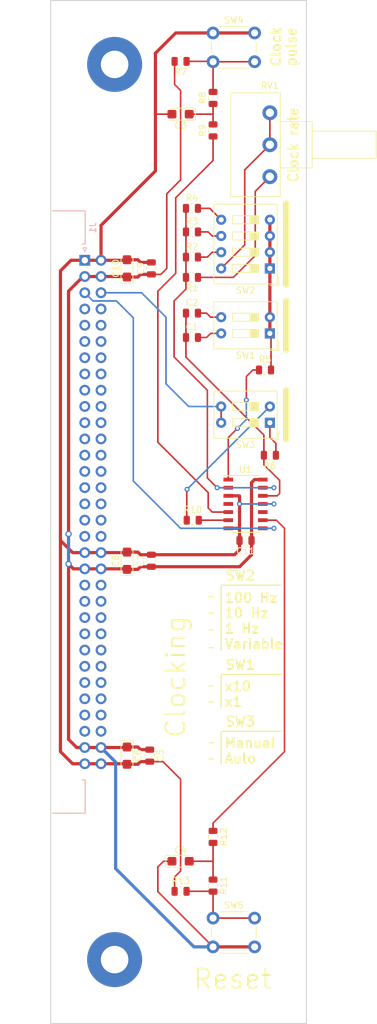
<source format=kicad_pcb>
(kicad_pcb (version 20171130) (host pcbnew 5.0.2-bee76a0~70~ubuntu16.04.1)

  (general
    (thickness 1.6)
    (drawings 32)
    (tracks 222)
    (zones 0)
    (modules 34)
    (nets 77)
  )

  (page A4)
  (layers
    (0 F.Cu signal)
    (31 B.Cu signal)
    (32 B.Adhes user hide)
    (33 F.Adhes user hide)
    (34 B.Paste user hide)
    (35 F.Paste user hide)
    (36 B.SilkS user)
    (37 F.SilkS user)
    (38 B.Mask user)
    (39 F.Mask user)
    (40 Dwgs.User user)
    (41 Cmts.User user)
    (42 Eco1.User user)
    (43 Eco2.User user)
    (44 Edge.Cuts user)
    (45 Margin user)
    (46 B.CrtYd user)
    (47 F.CrtYd user)
    (48 B.Fab user)
    (49 F.Fab user hide)
  )

  (setup
    (last_trace_width 0.25)
    (user_trace_width 0.5)
    (trace_clearance 0.2)
    (zone_clearance 0.508)
    (zone_45_only no)
    (trace_min 0.2)
    (segment_width 0.2)
    (edge_width 0.15)
    (via_size 0.8)
    (via_drill 0.4)
    (via_min_size 0.4)
    (via_min_drill 0.3)
    (user_via 1 0.6)
    (uvia_size 0.3)
    (uvia_drill 0.1)
    (uvias_allowed no)
    (uvia_min_size 0.2)
    (uvia_min_drill 0.1)
    (pcb_text_width 0.3)
    (pcb_text_size 1.5 1.5)
    (mod_edge_width 0.15)
    (mod_text_size 1 1)
    (mod_text_width 0.15)
    (pad_size 8.6 8.6)
    (pad_drill 4.3)
    (pad_to_mask_clearance 0.051)
    (solder_mask_min_width 0.25)
    (aux_axis_origin 0 0)
    (grid_origin 40.386 14.234)
    (visible_elements FFFFF77F)
    (pcbplotparams
      (layerselection 0x010fc_ffffffff)
      (usegerberextensions false)
      (usegerberattributes false)
      (usegerberadvancedattributes false)
      (creategerberjobfile false)
      (excludeedgelayer true)
      (linewidth 0.100000)
      (plotframeref false)
      (viasonmask false)
      (mode 1)
      (useauxorigin false)
      (hpglpennumber 1)
      (hpglpenspeed 20)
      (hpglpendiameter 15.000000)
      (psnegative false)
      (psa4output false)
      (plotreference true)
      (plotvalue true)
      (plotinvisibletext false)
      (padsonsilk false)
      (subtractmaskfromsilk false)
      (outputformat 1)
      (mirror false)
      (drillshape 1)
      (scaleselection 1)
      (outputdirectory ""))
  )

  (net 0 "")
  (net 1 GND)
  (net 2 VCC)
  (net 3 ~RESET)
  (net 4 CLK)
  (net 5 "Net-(J1-Pada4)")
  (net 6 "Net-(J1-Padb4)")
  (net 7 "Net-(J1-Pada13)")
  (net 8 "Net-(J1-Padb13)")
  (net 9 "Net-(J1-Pada18)")
  (net 10 "Net-(J1-Padb18)")
  (net 11 "Net-(J1-Pada21)")
  (net 12 "Net-(J1-Padb21)")
  (net 13 "Net-(J1-Padb28)")
  (net 14 "Net-(J1-Pada30)")
  (net 15 "Net-(J1-Padb30)")
  (net 16 "Net-(C1-Pad2)")
  (net 17 "Net-(C1-Pad1)")
  (net 18 "Net-(C2-Pad2)")
  (net 19 "Net-(C3-Pad1)")
  (net 20 "Net-(C4-Pad2)")
  (net 21 "Net-(J1-Pada5)")
  (net 22 "Net-(J1-Padb5)")
  (net 23 "Net-(J1-Pada6)")
  (net 24 "Net-(J1-Padb6)")
  (net 25 "Net-(J1-Pada7)")
  (net 26 "Net-(J1-Padb7)")
  (net 27 "Net-(J1-Pada8)")
  (net 28 "Net-(J1-Padb8)")
  (net 29 "Net-(J1-Pada9)")
  (net 30 "Net-(J1-Padb9)")
  (net 31 "Net-(J1-Pada10)")
  (net 32 "Net-(J1-Padb10)")
  (net 33 "Net-(J1-Pada11)")
  (net 34 "Net-(J1-Padb11)")
  (net 35 "Net-(J1-Pada12)")
  (net 36 "Net-(J1-Padb12)")
  (net 37 "Net-(J1-Pada14)")
  (net 38 "Net-(J1-Padb14)")
  (net 39 "Net-(J1-Pada15)")
  (net 40 "Net-(J1-Padb15)")
  (net 41 "Net-(J1-Pada16)")
  (net 42 "Net-(J1-Padb16)")
  (net 43 "Net-(J1-Pada17)")
  (net 44 "Net-(J1-Padb17)")
  (net 45 "Net-(J1-Pada22)")
  (net 46 "Net-(J1-Padb22)")
  (net 47 "Net-(J1-Pada23)")
  (net 48 "Net-(J1-Padb23)")
  (net 49 "Net-(J1-Pada24)")
  (net 50 "Net-(J1-Padb24)")
  (net 51 "Net-(J1-Pada25)")
  (net 52 "Net-(J1-Padb25)")
  (net 53 "Net-(J1-Pada26)")
  (net 54 "Net-(J1-Padb26)")
  (net 55 "Net-(J1-Pada27)")
  (net 56 "Net-(J1-Padb27)")
  (net 57 "Net-(J1-Pada28)")
  (net 58 "Net-(J1-Pada29)")
  (net 59 "Net-(J1-Padb29)")
  (net 60 "Net-(R1-Pad2)")
  (net 61 "Net-(R1-Pad1)")
  (net 62 "Net-(R2-Pad2)")
  (net 63 "Net-(R3-Pad2)")
  (net 64 "Net-(R4-Pad2)")
  (net 65 "Net-(R5-Pad1)")
  (net 66 "Net-(R5-Pad2)")
  (net 67 "Net-(R6-Pad1)")
  (net 68 "Net-(R7-Pad1)")
  (net 69 "Net-(R9-Pad1)")
  (net 70 "Net-(R10-Pad1)")
  (net 71 "Net-(R10-Pad2)")
  (net 72 "Net-(R11-Pad2)")
  (net 73 "Net-(R12-Pad1)")
  (net 74 "Net-(RV1-Pad2)")
  (net 75 "Net-(U1-Pad10)")
  (net 76 "Net-(U1-Pad4)")

  (net_class Default "This is the default net class."
    (clearance 0.2)
    (trace_width 0.25)
    (via_dia 0.8)
    (via_drill 0.4)
    (uvia_dia 0.3)
    (uvia_drill 0.1)
    (add_net CLK)
    (add_net GND)
    (add_net "Net-(C1-Pad1)")
    (add_net "Net-(C1-Pad2)")
    (add_net "Net-(C2-Pad2)")
    (add_net "Net-(C3-Pad1)")
    (add_net "Net-(C4-Pad2)")
    (add_net "Net-(J1-Pada10)")
    (add_net "Net-(J1-Pada11)")
    (add_net "Net-(J1-Pada12)")
    (add_net "Net-(J1-Pada13)")
    (add_net "Net-(J1-Pada14)")
    (add_net "Net-(J1-Pada15)")
    (add_net "Net-(J1-Pada16)")
    (add_net "Net-(J1-Pada17)")
    (add_net "Net-(J1-Pada18)")
    (add_net "Net-(J1-Pada21)")
    (add_net "Net-(J1-Pada22)")
    (add_net "Net-(J1-Pada23)")
    (add_net "Net-(J1-Pada24)")
    (add_net "Net-(J1-Pada25)")
    (add_net "Net-(J1-Pada26)")
    (add_net "Net-(J1-Pada27)")
    (add_net "Net-(J1-Pada28)")
    (add_net "Net-(J1-Pada29)")
    (add_net "Net-(J1-Pada30)")
    (add_net "Net-(J1-Pada4)")
    (add_net "Net-(J1-Pada5)")
    (add_net "Net-(J1-Pada6)")
    (add_net "Net-(J1-Pada7)")
    (add_net "Net-(J1-Pada8)")
    (add_net "Net-(J1-Pada9)")
    (add_net "Net-(J1-Padb10)")
    (add_net "Net-(J1-Padb11)")
    (add_net "Net-(J1-Padb12)")
    (add_net "Net-(J1-Padb13)")
    (add_net "Net-(J1-Padb14)")
    (add_net "Net-(J1-Padb15)")
    (add_net "Net-(J1-Padb16)")
    (add_net "Net-(J1-Padb17)")
    (add_net "Net-(J1-Padb18)")
    (add_net "Net-(J1-Padb21)")
    (add_net "Net-(J1-Padb22)")
    (add_net "Net-(J1-Padb23)")
    (add_net "Net-(J1-Padb24)")
    (add_net "Net-(J1-Padb25)")
    (add_net "Net-(J1-Padb26)")
    (add_net "Net-(J1-Padb27)")
    (add_net "Net-(J1-Padb28)")
    (add_net "Net-(J1-Padb29)")
    (add_net "Net-(J1-Padb30)")
    (add_net "Net-(J1-Padb4)")
    (add_net "Net-(J1-Padb5)")
    (add_net "Net-(J1-Padb6)")
    (add_net "Net-(J1-Padb7)")
    (add_net "Net-(J1-Padb8)")
    (add_net "Net-(J1-Padb9)")
    (add_net "Net-(R1-Pad1)")
    (add_net "Net-(R1-Pad2)")
    (add_net "Net-(R10-Pad1)")
    (add_net "Net-(R10-Pad2)")
    (add_net "Net-(R11-Pad2)")
    (add_net "Net-(R12-Pad1)")
    (add_net "Net-(R2-Pad2)")
    (add_net "Net-(R3-Pad2)")
    (add_net "Net-(R4-Pad2)")
    (add_net "Net-(R5-Pad1)")
    (add_net "Net-(R5-Pad2)")
    (add_net "Net-(R6-Pad1)")
    (add_net "Net-(R7-Pad1)")
    (add_net "Net-(R9-Pad1)")
    (add_net "Net-(RV1-Pad2)")
    (add_net "Net-(U1-Pad10)")
    (add_net "Net-(U1-Pad4)")
    (add_net VCC)
    (add_net ~RESET)
  )

  (module MountingHole:MountingHole_4.3mm_M4_Pad locked (layer F.Cu) (tedit 5C6F37C2) (tstamp 5C7E438D)
    (at 50.386 164.234)
    (descr "Mounting Hole 4.3mm, M4")
    (tags "mounting hole 4.3mm m4")
    (attr virtual)
    (fp_text reference REF** (at 0 -5.3) (layer F.SilkS) hide
      (effects (font (size 1 1) (thickness 0.15)))
    )
    (fp_text value MountingHole_4.3mm_M4_Pad (at 0 5.3) (layer F.Fab)
      (effects (font (size 1 1) (thickness 0.15)))
    )
    (fp_text user %R (at 0.3 0) (layer F.Fab)
      (effects (font (size 1 1) (thickness 0.15)))
    )
    (fp_circle (center 0 0) (end 4.3 0) (layer Cmts.User) (width 0.15))
    (fp_circle (center 0 0) (end 4.55 0) (layer F.CrtYd) (width 0.05))
    (pad "" thru_hole circle (at 0 0) (size 8.6 8.6) (drill 4.3) (layers *.Cu *.Mask))
  )

  (module Capacitor_SMD:C_0805_2012Metric locked (layer F.Cu) (tedit 5C95FE69) (tstamp 5C71B0FC)
    (at 56.134 56.134 90)
    (descr "Capacitor SMD 0805 (2012 Metric), square (rectangular) end terminal, IPC_7351 nominal, (Body size source: https://docs.google.com/spreadsheets/d/1BsfQQcO9C6DZCsRaXUlFlo91Tg2WpOkGARC1WS5S8t0/edit?usp=sharing), generated with kicad-footprint-generator")
    (tags capacitor)
    (path /5C80972A)
    (attr smd)
    (fp_text reference C9 (at 0 -1.65 90) (layer F.SilkS)
      (effects (font (size 1 1) (thickness 0.15)))
    )
    (fp_text value 100n (at 0 1.65 90) (layer F.Fab)
      (effects (font (size 1 1) (thickness 0.15)))
    )
    (fp_text user %R (at 0 0 90) (layer F.Fab)
      (effects (font (size 0.5 0.5) (thickness 0.08)))
    )
    (fp_line (start 1.68 0.95) (end -1.68 0.95) (layer F.CrtYd) (width 0.05))
    (fp_line (start 1.68 -0.95) (end 1.68 0.95) (layer F.CrtYd) (width 0.05))
    (fp_line (start -1.68 -0.95) (end 1.68 -0.95) (layer F.CrtYd) (width 0.05))
    (fp_line (start -1.68 0.95) (end -1.68 -0.95) (layer F.CrtYd) (width 0.05))
    (fp_line (start -0.258578 0.71) (end 0.258578 0.71) (layer F.SilkS) (width 0.12))
    (fp_line (start -0.258578 -0.71) (end 0.258578 -0.71) (layer F.SilkS) (width 0.12))
    (fp_line (start 1 0.6) (end -1 0.6) (layer F.Fab) (width 0.1))
    (fp_line (start 1 -0.6) (end 1 0.6) (layer F.Fab) (width 0.1))
    (fp_line (start -1 -0.6) (end 1 -0.6) (layer F.Fab) (width 0.1))
    (fp_line (start -1 0.6) (end -1 -0.6) (layer F.Fab) (width 0.1))
    (pad 2 smd roundrect (at 0.9375 0 90) (size 0.975 1.4) (layers F.Cu F.Paste F.Mask) (roundrect_rratio 0.25)
      (net 1 GND))
    (pad 1 smd roundrect (at -0.9375 0 90) (size 0.975 1.4) (layers F.Cu F.Paste F.Mask) (roundrect_rratio 0.25)
      (net 2 VCC))
    (model ${KISYS3DMOD}/Capacitor_SMD.3dshapes/C_0805_2012Metric.wrl
      (at (xyz 0 0 0))
      (scale (xyz 1 1 1))
      (rotate (xyz 0 0 0))
    )
  )

  (module Capacitor_SMD:C_0805_2012Metric locked (layer F.Cu) (tedit 5C95FE5B) (tstamp 5C7198B1)
    (at 56.134 101.854 90)
    (descr "Capacitor SMD 0805 (2012 Metric), square (rectangular) end terminal, IPC_7351 nominal, (Body size source: https://docs.google.com/spreadsheets/d/1BsfQQcO9C6DZCsRaXUlFlo91Tg2WpOkGARC1WS5S8t0/edit?usp=sharing), generated with kicad-footprint-generator")
    (tags capacitor)
    (path /5C7FB6C6)
    (attr smd)
    (fp_text reference C7 (at 0 -1.65 90) (layer F.SilkS)
      (effects (font (size 1 1) (thickness 0.15)))
    )
    (fp_text value 100n (at 0 1.65 90) (layer F.Fab)
      (effects (font (size 1 1) (thickness 0.15)))
    )
    (fp_text user %R (at 0 0 90) (layer F.Fab)
      (effects (font (size 0.5 0.5) (thickness 0.08)))
    )
    (fp_line (start 1.68 0.95) (end -1.68 0.95) (layer F.CrtYd) (width 0.05))
    (fp_line (start 1.68 -0.95) (end 1.68 0.95) (layer F.CrtYd) (width 0.05))
    (fp_line (start -1.68 -0.95) (end 1.68 -0.95) (layer F.CrtYd) (width 0.05))
    (fp_line (start -1.68 0.95) (end -1.68 -0.95) (layer F.CrtYd) (width 0.05))
    (fp_line (start -0.258578 0.71) (end 0.258578 0.71) (layer F.SilkS) (width 0.12))
    (fp_line (start -0.258578 -0.71) (end 0.258578 -0.71) (layer F.SilkS) (width 0.12))
    (fp_line (start 1 0.6) (end -1 0.6) (layer F.Fab) (width 0.1))
    (fp_line (start 1 -0.6) (end 1 0.6) (layer F.Fab) (width 0.1))
    (fp_line (start -1 -0.6) (end 1 -0.6) (layer F.Fab) (width 0.1))
    (fp_line (start -1 0.6) (end -1 -0.6) (layer F.Fab) (width 0.1))
    (pad 2 smd roundrect (at 0.9375 0 90) (size 0.975 1.4) (layers F.Cu F.Paste F.Mask) (roundrect_rratio 0.25)
      (net 1 GND))
    (pad 1 smd roundrect (at -0.9375 0 90) (size 0.975 1.4) (layers F.Cu F.Paste F.Mask) (roundrect_rratio 0.25)
      (net 2 VCC))
    (model ${KISYS3DMOD}/Capacitor_SMD.3dshapes/C_0805_2012Metric.wrl
      (at (xyz 0 0 0))
      (scale (xyz 1 1 1))
      (rotate (xyz 0 0 0))
    )
  )

  (module Capacitor_SMD:C_0805_2012Metric locked (layer F.Cu) (tedit 5C95FE43) (tstamp 5C71C0B0)
    (at 55.88 132.334 270)
    (descr "Capacitor SMD 0805 (2012 Metric), square (rectangular) end terminal, IPC_7351 nominal, (Body size source: https://docs.google.com/spreadsheets/d/1BsfQQcO9C6DZCsRaXUlFlo91Tg2WpOkGARC1WS5S8t0/edit?usp=sharing), generated with kicad-footprint-generator")
    (tags capacitor)
    (path /5C7FB56B)
    (attr smd)
    (fp_text reference C5 (at 0 -1.65 270) (layer F.SilkS)
      (effects (font (size 1 1) (thickness 0.15)))
    )
    (fp_text value 100n (at 0 1.65 270) (layer F.Fab)
      (effects (font (size 1 1) (thickness 0.15)))
    )
    (fp_line (start -1 0.6) (end -1 -0.6) (layer F.Fab) (width 0.1))
    (fp_line (start -1 -0.6) (end 1 -0.6) (layer F.Fab) (width 0.1))
    (fp_line (start 1 -0.6) (end 1 0.6) (layer F.Fab) (width 0.1))
    (fp_line (start 1 0.6) (end -1 0.6) (layer F.Fab) (width 0.1))
    (fp_line (start -0.258578 -0.71) (end 0.258578 -0.71) (layer F.SilkS) (width 0.12))
    (fp_line (start -0.258578 0.71) (end 0.258578 0.71) (layer F.SilkS) (width 0.12))
    (fp_line (start -1.68 0.95) (end -1.68 -0.95) (layer F.CrtYd) (width 0.05))
    (fp_line (start -1.68 -0.95) (end 1.68 -0.95) (layer F.CrtYd) (width 0.05))
    (fp_line (start 1.68 -0.95) (end 1.68 0.95) (layer F.CrtYd) (width 0.05))
    (fp_line (start 1.68 0.95) (end -1.68 0.95) (layer F.CrtYd) (width 0.05))
    (fp_text user %R (at 0 0 270) (layer F.Fab)
      (effects (font (size 0.5 0.5) (thickness 0.08)))
    )
    (pad 1 smd roundrect (at -0.9375 0 270) (size 0.975 1.4) (layers F.Cu F.Paste F.Mask) (roundrect_rratio 0.25)
      (net 2 VCC))
    (pad 2 smd roundrect (at 0.9375 0 270) (size 0.975 1.4) (layers F.Cu F.Paste F.Mask) (roundrect_rratio 0.25)
      (net 1 GND))
    (model ${KISYS3DMOD}/Capacitor_SMD.3dshapes/C_0805_2012Metric.wrl
      (at (xyz 0 0 0))
      (scale (xyz 1 1 1))
      (rotate (xyz 0 0 0))
    )
  )

  (module Capacitor_Tantalum_SMD:CP_EIA-3216-18_Kemet-A locked (layer F.Cu) (tedit 5C95FE6E) (tstamp 5C718CBF)
    (at 52.324 56.134 90)
    (descr "Tantalum Capacitor SMD Kemet-A (3216-18 Metric), IPC_7351 nominal, (Body size from: http://www.kemet.com/Lists/ProductCatalog/Attachments/253/KEM_TC101_STD.pdf), generated with kicad-footprint-generator")
    (tags "capacitor tantalum")
    (path /5C809731)
    (attr smd)
    (fp_text reference C10 (at 0 -1.75 90) (layer F.SilkS)
      (effects (font (size 1 1) (thickness 0.15)))
    )
    (fp_text value 10u (at 0 1.75 90) (layer F.Fab)
      (effects (font (size 1 1) (thickness 0.15)))
    )
    (fp_line (start 1.6 -0.8) (end -1.2 -0.8) (layer F.Fab) (width 0.1))
    (fp_line (start -1.2 -0.8) (end -1.6 -0.4) (layer F.Fab) (width 0.1))
    (fp_line (start -1.6 -0.4) (end -1.6 0.8) (layer F.Fab) (width 0.1))
    (fp_line (start -1.6 0.8) (end 1.6 0.8) (layer F.Fab) (width 0.1))
    (fp_line (start 1.6 0.8) (end 1.6 -0.8) (layer F.Fab) (width 0.1))
    (fp_line (start 1.6 -0.935) (end -2.31 -0.935) (layer F.SilkS) (width 0.12))
    (fp_line (start -2.31 -0.935) (end -2.31 0.935) (layer F.SilkS) (width 0.12))
    (fp_line (start -2.31 0.935) (end 1.6 0.935) (layer F.SilkS) (width 0.12))
    (fp_line (start -2.3 1.05) (end -2.3 -1.05) (layer F.CrtYd) (width 0.05))
    (fp_line (start -2.3 -1.05) (end 2.3 -1.05) (layer F.CrtYd) (width 0.05))
    (fp_line (start 2.3 -1.05) (end 2.3 1.05) (layer F.CrtYd) (width 0.05))
    (fp_line (start 2.3 1.05) (end -2.3 1.05) (layer F.CrtYd) (width 0.05))
    (fp_text user %R (at 0 0 90) (layer F.Fab)
      (effects (font (size 0.8 0.8) (thickness 0.12)))
    )
    (pad 1 smd roundrect (at -1.35 0 90) (size 1.4 1.35) (layers F.Cu F.Paste F.Mask) (roundrect_rratio 0.185185)
      (net 2 VCC))
    (pad 2 smd roundrect (at 1.35 0 90) (size 1.4 1.35) (layers F.Cu F.Paste F.Mask) (roundrect_rratio 0.185185)
      (net 1 GND))
    (model ${KISYS3DMOD}/Capacitor_Tantalum_SMD.3dshapes/CP_EIA-3216-18_Kemet-A.wrl
      (at (xyz 0 0 0))
      (scale (xyz 1 1 1))
      (rotate (xyz 0 0 0))
    )
  )

  (module Capacitor_Tantalum_SMD:CP_EIA-3216-18_Kemet-A locked (layer F.Cu) (tedit 5C95FE60) (tstamp 5C71C160)
    (at 52.324 101.854 90)
    (descr "Tantalum Capacitor SMD Kemet-A (3216-18 Metric), IPC_7351 nominal, (Body size from: http://www.kemet.com/Lists/ProductCatalog/Attachments/253/KEM_TC101_STD.pdf), generated with kicad-footprint-generator")
    (tags "capacitor tantalum")
    (path /5C7FB6CD)
    (attr smd)
    (fp_text reference C8 (at 0 -1.75 90) (layer F.SilkS)
      (effects (font (size 1 1) (thickness 0.15)))
    )
    (fp_text value 10u (at 0 1.75 90) (layer F.Fab)
      (effects (font (size 1 1) (thickness 0.15)))
    )
    (fp_text user %R (at 0 0 90) (layer F.Fab)
      (effects (font (size 0.8 0.8) (thickness 0.12)))
    )
    (fp_line (start 2.3 1.05) (end -2.3 1.05) (layer F.CrtYd) (width 0.05))
    (fp_line (start 2.3 -1.05) (end 2.3 1.05) (layer F.CrtYd) (width 0.05))
    (fp_line (start -2.3 -1.05) (end 2.3 -1.05) (layer F.CrtYd) (width 0.05))
    (fp_line (start -2.3 1.05) (end -2.3 -1.05) (layer F.CrtYd) (width 0.05))
    (fp_line (start -2.31 0.935) (end 1.6 0.935) (layer F.SilkS) (width 0.12))
    (fp_line (start -2.31 -0.935) (end -2.31 0.935) (layer F.SilkS) (width 0.12))
    (fp_line (start 1.6 -0.935) (end -2.31 -0.935) (layer F.SilkS) (width 0.12))
    (fp_line (start 1.6 0.8) (end 1.6 -0.8) (layer F.Fab) (width 0.1))
    (fp_line (start -1.6 0.8) (end 1.6 0.8) (layer F.Fab) (width 0.1))
    (fp_line (start -1.6 -0.4) (end -1.6 0.8) (layer F.Fab) (width 0.1))
    (fp_line (start -1.2 -0.8) (end -1.6 -0.4) (layer F.Fab) (width 0.1))
    (fp_line (start 1.6 -0.8) (end -1.2 -0.8) (layer F.Fab) (width 0.1))
    (pad 2 smd roundrect (at 1.35 0 90) (size 1.4 1.35) (layers F.Cu F.Paste F.Mask) (roundrect_rratio 0.185185)
      (net 1 GND))
    (pad 1 smd roundrect (at -1.35 0 90) (size 1.4 1.35) (layers F.Cu F.Paste F.Mask) (roundrect_rratio 0.185185)
      (net 2 VCC))
    (model ${KISYS3DMOD}/Capacitor_Tantalum_SMD.3dshapes/CP_EIA-3216-18_Kemet-A.wrl
      (at (xyz 0 0 0))
      (scale (xyz 1 1 1))
      (rotate (xyz 0 0 0))
    )
  )

  (module Capacitor_Tantalum_SMD:CP_EIA-3216-18_Kemet-A locked (layer F.Cu) (tedit 5B301BBE) (tstamp 5C71AC60)
    (at 52.324 132.334 270)
    (descr "Tantalum Capacitor SMD Kemet-A (3216-18 Metric), IPC_7351 nominal, (Body size from: http://www.kemet.com/Lists/ProductCatalog/Attachments/253/KEM_TC101_STD.pdf), generated with kicad-footprint-generator")
    (tags "capacitor tantalum")
    (path /5C7FB60F)
    (attr smd)
    (fp_text reference C6 (at 0 -1.75 270) (layer F.SilkS)
      (effects (font (size 1 1) (thickness 0.15)))
    )
    (fp_text value 10u (at 0 1.75 270) (layer F.Fab)
      (effects (font (size 1 1) (thickness 0.15)))
    )
    (fp_line (start 1.6 -0.8) (end -1.2 -0.8) (layer F.Fab) (width 0.1))
    (fp_line (start -1.2 -0.8) (end -1.6 -0.4) (layer F.Fab) (width 0.1))
    (fp_line (start -1.6 -0.4) (end -1.6 0.8) (layer F.Fab) (width 0.1))
    (fp_line (start -1.6 0.8) (end 1.6 0.8) (layer F.Fab) (width 0.1))
    (fp_line (start 1.6 0.8) (end 1.6 -0.8) (layer F.Fab) (width 0.1))
    (fp_line (start 1.6 -0.935) (end -2.31 -0.935) (layer F.SilkS) (width 0.12))
    (fp_line (start -2.31 -0.935) (end -2.31 0.935) (layer F.SilkS) (width 0.12))
    (fp_line (start -2.31 0.935) (end 1.6 0.935) (layer F.SilkS) (width 0.12))
    (fp_line (start -2.3 1.05) (end -2.3 -1.05) (layer F.CrtYd) (width 0.05))
    (fp_line (start -2.3 -1.05) (end 2.3 -1.05) (layer F.CrtYd) (width 0.05))
    (fp_line (start 2.3 -1.05) (end 2.3 1.05) (layer F.CrtYd) (width 0.05))
    (fp_line (start 2.3 1.05) (end -2.3 1.05) (layer F.CrtYd) (width 0.05))
    (fp_text user %R (at 0 0 270) (layer F.Fab)
      (effects (font (size 0.8 0.8) (thickness 0.12)))
    )
    (pad 1 smd roundrect (at -1.35 0 270) (size 1.4 1.35) (layers F.Cu F.Paste F.Mask) (roundrect_rratio 0.185185)
      (net 2 VCC))
    (pad 2 smd roundrect (at 1.35 0 270) (size 1.4 1.35) (layers F.Cu F.Paste F.Mask) (roundrect_rratio 0.185185)
      (net 1 GND))
    (model ${KISYS3DMOD}/Capacitor_Tantalum_SMD.3dshapes/CP_EIA-3216-18_Kemet-A.wrl
      (at (xyz 0 0 0))
      (scale (xyz 1 1 1))
      (rotate (xyz 0 0 0))
    )
  )

  (module Connector_DIN:DIN41612_B_2x32_Horizontal locked (layer B.Cu) (tedit 5B6736B6) (tstamp 5C71BE1F)
    (at 45.72 54.864 270)
    (descr "DIN 41612 connector, type B, horizontal, 32 pins wide, 2 rows, full configuration")
    (tags "DIN 41512 IEC 60603 B")
    (path /5C908565)
    (fp_text reference J1 (at -5.08 -1.27 270) (layer B.SilkS)
      (effects (font (size 1 1) (thickness 0.15)) (justify mirror))
    )
    (fp_text value Conn_02x32_Row_Letter_First (at 39.37 -6.36 270) (layer B.Fab)
      (effects (font (size 1 1) (thickness 0.15)) (justify mirror))
    )
    (fp_line (start -2.53 0.44) (end -2.53 -0.06) (layer B.SilkS) (width 0.15))
    (fp_line (start -2.53 -0.06) (end -7.73 -0.06) (layer B.SilkS) (width 0.15))
    (fp_line (start -7.73 -0.06) (end -7.73 5.04) (layer B.SilkS) (width 0.15))
    (fp_line (start 81.27 0.44) (end 81.27 -0.06) (layer B.SilkS) (width 0.15))
    (fp_line (start 81.27 -0.06) (end 86.47 -0.06) (layer B.SilkS) (width 0.15))
    (fp_line (start 86.47 -0.06) (end 86.47 5.04) (layer B.SilkS) (width 0.15))
    (fp_line (start -1.35 0) (end -1.95 0.3) (layer B.SilkS) (width 0.12))
    (fp_line (start -1.95 0.3) (end -1.95 -0.3) (layer B.SilkS) (width 0.12))
    (fp_line (start -1.95 -0.3) (end -1.35 0) (layer B.SilkS) (width 0.12))
    (fp_line (start -2.63 0.54) (end -2.63 0.04) (layer B.Fab) (width 0.1))
    (fp_line (start -2.63 0.04) (end -7.63 0.04) (layer B.Fab) (width 0.1))
    (fp_line (start -7.63 0.04) (end -7.63 5.04) (layer B.Fab) (width 0.1))
    (fp_line (start -7.63 5.04) (end -4.38 5.04) (layer B.Fab) (width 0.1))
    (fp_line (start -4.38 5.04) (end -4.38 12.74) (layer B.Fab) (width 0.1))
    (fp_line (start -4.38 12.74) (end 83.12 12.74) (layer B.Fab) (width 0.1))
    (fp_line (start 83.12 12.74) (end 83.12 5.04) (layer B.Fab) (width 0.1))
    (fp_line (start 83.12 5.04) (end 86.37 5.04) (layer B.Fab) (width 0.1))
    (fp_line (start 86.37 5.04) (end 86.37 0.04) (layer B.Fab) (width 0.1))
    (fp_line (start 86.37 0.04) (end 81.37 0.04) (layer B.Fab) (width 0.1))
    (fp_line (start 81.37 0.04) (end 81.37 0.54) (layer B.Fab) (width 0.1))
    (fp_line (start 81.37 0.54) (end -2.63 0.54) (layer B.Fab) (width 0.1))
    (fp_line (start -1.35 -3.89) (end -1.35 -0.46) (layer B.CrtYd) (width 0.05))
    (fp_line (start -1.35 -0.46) (end -8.13 -0.46) (layer B.CrtYd) (width 0.05))
    (fp_line (start -8.13 -0.46) (end -8.13 5.54) (layer B.CrtYd) (width 0.05))
    (fp_line (start -8.13 5.54) (end -4.88 5.54) (layer B.CrtYd) (width 0.05))
    (fp_line (start -4.88 5.54) (end -4.88 13.24) (layer B.CrtYd) (width 0.05))
    (fp_line (start -4.88 13.24) (end 83.62 13.24) (layer B.CrtYd) (width 0.05))
    (fp_line (start 83.62 13.24) (end 83.62 5.54) (layer B.CrtYd) (width 0.05))
    (fp_line (start 83.62 5.54) (end 86.87 5.54) (layer B.CrtYd) (width 0.05))
    (fp_line (start 86.87 5.54) (end 86.87 -0.46) (layer B.CrtYd) (width 0.05))
    (fp_line (start 86.87 -0.46) (end 80.87 -0.46) (layer B.CrtYd) (width 0.05))
    (fp_line (start 80.87 -0.46) (end 80.09 -0.46) (layer B.CrtYd) (width 0.05))
    (fp_line (start 80.09 -0.46) (end 80.09 -3.89) (layer B.CrtYd) (width 0.05))
    (fp_line (start 80.09 -3.89) (end -1.35 -3.89) (layer B.CrtYd) (width 0.05))
    (fp_line (start -4.38 5.3) (end 83.12 5.3) (layer Dwgs.User) (width 0.08))
    (fp_line (start 39.37 6.8) (end 39.37 5.4) (layer Cmts.User) (width 0.1))
    (fp_line (start 39.17 5.9) (end 39.37 5.4) (layer Cmts.User) (width 0.1))
    (fp_line (start 39.37 5.4) (end 39.57 5.9) (layer Cmts.User) (width 0.1))
    (fp_text user %R (at 39.37 2.54 270) (layer B.Fab)
      (effects (font (size 1 1) (thickness 0.15)) (justify mirror))
    )
    (fp_text user "Board edge" (at 34.344999 6.5 270) (layer Cmts.User)
      (effects (font (size 0.7 0.7) (thickness 0.1)))
    )
    (pad a1 thru_hole rect (at 0 0 270) (size 1.7 1.7) (drill 1) (layers *.Cu *.Mask)
      (net 1 GND))
    (pad b1 thru_hole circle (at 0 -2.54 270) (size 1.7 1.7) (drill 1) (layers *.Cu *.Mask)
      (net 1 GND))
    (pad a2 thru_hole circle (at 2.54 0 270) (size 1.7 1.7) (drill 1) (layers *.Cu *.Mask)
      (net 2 VCC))
    (pad b2 thru_hole circle (at 2.54 -2.54 270) (size 1.7 1.7) (drill 1) (layers *.Cu *.Mask)
      (net 2 VCC))
    (pad a3 thru_hole circle (at 5.08 0 270) (size 1.7 1.7) (drill 1) (layers *.Cu *.Mask)
      (net 3 ~RESET))
    (pad b3 thru_hole circle (at 5.08 -2.54 270) (size 1.7 1.7) (drill 1) (layers *.Cu *.Mask)
      (net 4 CLK))
    (pad a4 thru_hole circle (at 7.62 0 270) (size 1.7 1.7) (drill 1) (layers *.Cu *.Mask)
      (net 5 "Net-(J1-Pada4)"))
    (pad b4 thru_hole circle (at 7.62 -2.54 270) (size 1.7 1.7) (drill 1) (layers *.Cu *.Mask)
      (net 6 "Net-(J1-Padb4)"))
    (pad a5 thru_hole circle (at 10.16 0 270) (size 1.7 1.7) (drill 1) (layers *.Cu *.Mask)
      (net 21 "Net-(J1-Pada5)"))
    (pad b5 thru_hole circle (at 10.16 -2.54 270) (size 1.7 1.7) (drill 1) (layers *.Cu *.Mask)
      (net 22 "Net-(J1-Padb5)"))
    (pad a6 thru_hole circle (at 12.7 0 270) (size 1.7 1.7) (drill 1) (layers *.Cu *.Mask)
      (net 23 "Net-(J1-Pada6)"))
    (pad b6 thru_hole circle (at 12.7 -2.54 270) (size 1.7 1.7) (drill 1) (layers *.Cu *.Mask)
      (net 24 "Net-(J1-Padb6)"))
    (pad a7 thru_hole circle (at 15.24 0 270) (size 1.7 1.7) (drill 1) (layers *.Cu *.Mask)
      (net 25 "Net-(J1-Pada7)"))
    (pad b7 thru_hole circle (at 15.24 -2.54 270) (size 1.7 1.7) (drill 1) (layers *.Cu *.Mask)
      (net 26 "Net-(J1-Padb7)"))
    (pad a8 thru_hole circle (at 17.78 0 270) (size 1.7 1.7) (drill 1) (layers *.Cu *.Mask)
      (net 27 "Net-(J1-Pada8)"))
    (pad b8 thru_hole circle (at 17.78 -2.54 270) (size 1.7 1.7) (drill 1) (layers *.Cu *.Mask)
      (net 28 "Net-(J1-Padb8)"))
    (pad a9 thru_hole circle (at 20.32 0 270) (size 1.7 1.7) (drill 1) (layers *.Cu *.Mask)
      (net 29 "Net-(J1-Pada9)"))
    (pad b9 thru_hole circle (at 20.32 -2.54 270) (size 1.7 1.7) (drill 1) (layers *.Cu *.Mask)
      (net 30 "Net-(J1-Padb9)"))
    (pad a10 thru_hole circle (at 22.86 0 270) (size 1.7 1.7) (drill 1) (layers *.Cu *.Mask)
      (net 31 "Net-(J1-Pada10)"))
    (pad b10 thru_hole circle (at 22.86 -2.54 270) (size 1.7 1.7) (drill 1) (layers *.Cu *.Mask)
      (net 32 "Net-(J1-Padb10)"))
    (pad a11 thru_hole circle (at 25.4 0 270) (size 1.7 1.7) (drill 1) (layers *.Cu *.Mask)
      (net 33 "Net-(J1-Pada11)"))
    (pad b11 thru_hole circle (at 25.4 -2.54 270) (size 1.7 1.7) (drill 1) (layers *.Cu *.Mask)
      (net 34 "Net-(J1-Padb11)"))
    (pad a12 thru_hole circle (at 27.94 0 270) (size 1.7 1.7) (drill 1) (layers *.Cu *.Mask)
      (net 35 "Net-(J1-Pada12)"))
    (pad b12 thru_hole circle (at 27.94 -2.54 270) (size 1.7 1.7) (drill 1) (layers *.Cu *.Mask)
      (net 36 "Net-(J1-Padb12)"))
    (pad a13 thru_hole circle (at 30.48 0 270) (size 1.7 1.7) (drill 1) (layers *.Cu *.Mask)
      (net 7 "Net-(J1-Pada13)"))
    (pad b13 thru_hole circle (at 30.48 -2.54 270) (size 1.7 1.7) (drill 1) (layers *.Cu *.Mask)
      (net 8 "Net-(J1-Padb13)"))
    (pad a14 thru_hole circle (at 33.02 0 270) (size 1.7 1.7) (drill 1) (layers *.Cu *.Mask)
      (net 37 "Net-(J1-Pada14)"))
    (pad b14 thru_hole circle (at 33.02 -2.54 270) (size 1.7 1.7) (drill 1) (layers *.Cu *.Mask)
      (net 38 "Net-(J1-Padb14)"))
    (pad a15 thru_hole circle (at 35.56 0 270) (size 1.7 1.7) (drill 1) (layers *.Cu *.Mask)
      (net 39 "Net-(J1-Pada15)"))
    (pad b15 thru_hole circle (at 35.56 -2.54 270) (size 1.7 1.7) (drill 1) (layers *.Cu *.Mask)
      (net 40 "Net-(J1-Padb15)"))
    (pad a16 thru_hole circle (at 38.1 0 270) (size 1.7 1.7) (drill 1) (layers *.Cu *.Mask)
      (net 41 "Net-(J1-Pada16)"))
    (pad b16 thru_hole circle (at 38.1 -2.54 270) (size 1.7 1.7) (drill 1) (layers *.Cu *.Mask)
      (net 42 "Net-(J1-Padb16)"))
    (pad a17 thru_hole circle (at 40.64 0 270) (size 1.7 1.7) (drill 1) (layers *.Cu *.Mask)
      (net 43 "Net-(J1-Pada17)"))
    (pad b17 thru_hole circle (at 40.64 -2.54 270) (size 1.7 1.7) (drill 1) (layers *.Cu *.Mask)
      (net 44 "Net-(J1-Padb17)"))
    (pad a18 thru_hole circle (at 43.18 0 270) (size 1.7 1.7) (drill 1) (layers *.Cu *.Mask)
      (net 9 "Net-(J1-Pada18)"))
    (pad b18 thru_hole circle (at 43.18 -2.54 270) (size 1.7 1.7) (drill 1) (layers *.Cu *.Mask)
      (net 10 "Net-(J1-Padb18)"))
    (pad a19 thru_hole circle (at 45.72 0 270) (size 1.7 1.7) (drill 1) (layers *.Cu *.Mask)
      (net 1 GND))
    (pad b19 thru_hole circle (at 45.72 -2.54 270) (size 1.7 1.7) (drill 1) (layers *.Cu *.Mask)
      (net 1 GND))
    (pad a20 thru_hole circle (at 48.26 0 270) (size 1.7 1.7) (drill 1) (layers *.Cu *.Mask)
      (net 2 VCC))
    (pad b20 thru_hole circle (at 48.26 -2.54 270) (size 1.7 1.7) (drill 1) (layers *.Cu *.Mask)
      (net 2 VCC))
    (pad a21 thru_hole circle (at 50.8 0 270) (size 1.7 1.7) (drill 1) (layers *.Cu *.Mask)
      (net 11 "Net-(J1-Pada21)"))
    (pad b21 thru_hole circle (at 50.8 -2.54 270) (size 1.7 1.7) (drill 1) (layers *.Cu *.Mask)
      (net 12 "Net-(J1-Padb21)"))
    (pad a22 thru_hole circle (at 53.34 0 270) (size 1.7 1.7) (drill 1) (layers *.Cu *.Mask)
      (net 45 "Net-(J1-Pada22)"))
    (pad b22 thru_hole circle (at 53.34 -2.54 270) (size 1.7 1.7) (drill 1) (layers *.Cu *.Mask)
      (net 46 "Net-(J1-Padb22)"))
    (pad a23 thru_hole circle (at 55.88 0 270) (size 1.7 1.7) (drill 1) (layers *.Cu *.Mask)
      (net 47 "Net-(J1-Pada23)"))
    (pad b23 thru_hole circle (at 55.88 -2.54 270) (size 1.7 1.7) (drill 1) (layers *.Cu *.Mask)
      (net 48 "Net-(J1-Padb23)"))
    (pad a24 thru_hole circle (at 58.42 0 270) (size 1.7 1.7) (drill 1) (layers *.Cu *.Mask)
      (net 49 "Net-(J1-Pada24)"))
    (pad b24 thru_hole circle (at 58.42 -2.54 270) (size 1.7 1.7) (drill 1) (layers *.Cu *.Mask)
      (net 50 "Net-(J1-Padb24)"))
    (pad a25 thru_hole circle (at 60.96 0 270) (size 1.7 1.7) (drill 1) (layers *.Cu *.Mask)
      (net 51 "Net-(J1-Pada25)"))
    (pad b25 thru_hole circle (at 60.96 -2.54 270) (size 1.7 1.7) (drill 1) (layers *.Cu *.Mask)
      (net 52 "Net-(J1-Padb25)"))
    (pad a26 thru_hole circle (at 63.5 0 270) (size 1.7 1.7) (drill 1) (layers *.Cu *.Mask)
      (net 53 "Net-(J1-Pada26)"))
    (pad b26 thru_hole circle (at 63.5 -2.54 270) (size 1.7 1.7) (drill 1) (layers *.Cu *.Mask)
      (net 54 "Net-(J1-Padb26)"))
    (pad a27 thru_hole circle (at 66.04 0 270) (size 1.7 1.7) (drill 1) (layers *.Cu *.Mask)
      (net 55 "Net-(J1-Pada27)"))
    (pad b27 thru_hole circle (at 66.04 -2.54 270) (size 1.7 1.7) (drill 1) (layers *.Cu *.Mask)
      (net 56 "Net-(J1-Padb27)"))
    (pad a28 thru_hole circle (at 68.58 0 270) (size 1.7 1.7) (drill 1) (layers *.Cu *.Mask)
      (net 57 "Net-(J1-Pada28)"))
    (pad b28 thru_hole circle (at 68.58 -2.54 270) (size 1.7 1.7) (drill 1) (layers *.Cu *.Mask)
      (net 13 "Net-(J1-Padb28)"))
    (pad a29 thru_hole circle (at 71.12 0 270) (size 1.7 1.7) (drill 1) (layers *.Cu *.Mask)
      (net 58 "Net-(J1-Pada29)"))
    (pad b29 thru_hole circle (at 71.12 -2.54 270) (size 1.7 1.7) (drill 1) (layers *.Cu *.Mask)
      (net 59 "Net-(J1-Padb29)"))
    (pad a30 thru_hole circle (at 73.66 0 270) (size 1.7 1.7) (drill 1) (layers *.Cu *.Mask)
      (net 14 "Net-(J1-Pada30)"))
    (pad b30 thru_hole circle (at 73.66 -2.54 270) (size 1.7 1.7) (drill 1) (layers *.Cu *.Mask)
      (net 15 "Net-(J1-Padb30)"))
    (pad a31 thru_hole circle (at 76.2 0 270) (size 1.7 1.7) (drill 1) (layers *.Cu *.Mask)
      (net 2 VCC))
    (pad b31 thru_hole circle (at 76.2 -2.54 270) (size 1.7 1.7) (drill 1) (layers *.Cu *.Mask)
      (net 2 VCC))
    (pad a32 thru_hole circle (at 78.74 0 270) (size 1.7 1.7) (drill 1) (layers *.Cu *.Mask)
      (net 1 GND))
    (pad b32 thru_hole circle (at 78.74 -2.54 270) (size 1.7 1.7) (drill 1) (layers *.Cu *.Mask)
      (net 1 GND))
    (pad "" np_thru_hole circle (at -5.08 2.54 270) (size 2.8 2.8) (drill 2.8) (layers *.Cu *.Mask))
    (pad "" np_thru_hole circle (at 83.82 2.54 270) (size 2.8 2.8) (drill 2.8) (layers *.Cu *.Mask))
    (model ${KISYS3DMOD}/Connector_DIN.3dshapes/DIN41612_B_2x32_Horizontal.wrl
      (at (xyz 0 0 0))
      (scale (xyz 1 1 1))
      (rotate (xyz 0 0 0))
    )
  )

  (module MountingHole:MountingHole_4.3mm_M4_Pad locked (layer F.Cu) (tedit 5C6F37CA) (tstamp 5C7E438B)
    (at 50.386 24.234)
    (descr "Mounting Hole 4.3mm, M4")
    (tags "mounting hole 4.3mm m4")
    (attr virtual)
    (fp_text reference REF** (at 0 -5.3) (layer F.SilkS) hide
      (effects (font (size 1 1) (thickness 0.15)))
    )
    (fp_text value MountingHole_4.3mm_M4_Pad (at 0 5.3) (layer F.Fab)
      (effects (font (size 1 1) (thickness 0.15)))
    )
    (fp_circle (center 0 0) (end 4.55 0) (layer F.CrtYd) (width 0.05))
    (fp_circle (center 0 0) (end 4.3 0) (layer Cmts.User) (width 0.15))
    (fp_text user %R (at 0.3 0) (layer F.Fab)
      (effects (font (size 1 1) (thickness 0.15)))
    )
    (pad "" thru_hole circle (at 0 0) (size 8.6 8.6) (drill 4.3) (layers *.Cu *.Mask))
  )

  (module Resistor_SMD:R_0805_2012Metric (layer F.Cu) (tedit 5B36C52B) (tstamp 5CA2BC1E)
    (at 62.484 57.541 180)
    (descr "Resistor SMD 0805 (2012 Metric), square (rectangular) end terminal, IPC_7351 nominal, (Body size source: https://docs.google.com/spreadsheets/d/1BsfQQcO9C6DZCsRaXUlFlo91Tg2WpOkGARC1WS5S8t0/edit?usp=sharing), generated with kicad-footprint-generator")
    (tags resistor)
    (path /5C99CFF4)
    (attr smd)
    (fp_text reference R1 (at 0 -1.65 180) (layer F.SilkS)
      (effects (font (size 1 1) (thickness 0.15)))
    )
    (fp_text value 1k (at 0 1.65 180) (layer F.Fab)
      (effects (font (size 1 1) (thickness 0.15)))
    )
    (fp_text user %R (at 0 0 180) (layer F.Fab)
      (effects (font (size 0.5 0.5) (thickness 0.08)))
    )
    (fp_line (start 1.68 0.95) (end -1.68 0.95) (layer F.CrtYd) (width 0.05))
    (fp_line (start 1.68 -0.95) (end 1.68 0.95) (layer F.CrtYd) (width 0.05))
    (fp_line (start -1.68 -0.95) (end 1.68 -0.95) (layer F.CrtYd) (width 0.05))
    (fp_line (start -1.68 0.95) (end -1.68 -0.95) (layer F.CrtYd) (width 0.05))
    (fp_line (start -0.258578 0.71) (end 0.258578 0.71) (layer F.SilkS) (width 0.12))
    (fp_line (start -0.258578 -0.71) (end 0.258578 -0.71) (layer F.SilkS) (width 0.12))
    (fp_line (start 1 0.6) (end -1 0.6) (layer F.Fab) (width 0.1))
    (fp_line (start 1 -0.6) (end 1 0.6) (layer F.Fab) (width 0.1))
    (fp_line (start -1 -0.6) (end 1 -0.6) (layer F.Fab) (width 0.1))
    (fp_line (start -1 0.6) (end -1 -0.6) (layer F.Fab) (width 0.1))
    (pad 2 smd roundrect (at 0.9375 0 180) (size 0.975 1.4) (layers F.Cu F.Paste F.Mask) (roundrect_rratio 0.25)
      (net 60 "Net-(R1-Pad2)"))
    (pad 1 smd roundrect (at -0.9375 0 180) (size 0.975 1.4) (layers F.Cu F.Paste F.Mask) (roundrect_rratio 0.25)
      (net 61 "Net-(R1-Pad1)"))
    (model ${KISYS3DMOD}/Resistor_SMD.3dshapes/R_0805_2012Metric.wrl
      (at (xyz 0 0 0))
      (scale (xyz 1 1 1))
      (rotate (xyz 0 0 0))
    )
  )

  (module Resistor_SMD:R_0805_2012Metric (layer F.Cu) (tedit 5B36C52B) (tstamp 5CA2BCB1)
    (at 62.484 54.366)
    (descr "Resistor SMD 0805 (2012 Metric), square (rectangular) end terminal, IPC_7351 nominal, (Body size source: https://docs.google.com/spreadsheets/d/1BsfQQcO9C6DZCsRaXUlFlo91Tg2WpOkGARC1WS5S8t0/edit?usp=sharing), generated with kicad-footprint-generator")
    (tags resistor)
    (path /5C937195)
    (attr smd)
    (fp_text reference R2 (at 0 -1.65) (layer F.SilkS)
      (effects (font (size 1 1) (thickness 0.15)))
    )
    (fp_text value 330k (at 0 1.65) (layer F.Fab)
      (effects (font (size 1 1) (thickness 0.15)))
    )
    (fp_text user %R (at 0 0) (layer F.Fab)
      (effects (font (size 0.5 0.5) (thickness 0.08)))
    )
    (fp_line (start 1.68 0.95) (end -1.68 0.95) (layer F.CrtYd) (width 0.05))
    (fp_line (start 1.68 -0.95) (end 1.68 0.95) (layer F.CrtYd) (width 0.05))
    (fp_line (start -1.68 -0.95) (end 1.68 -0.95) (layer F.CrtYd) (width 0.05))
    (fp_line (start -1.68 0.95) (end -1.68 -0.95) (layer F.CrtYd) (width 0.05))
    (fp_line (start -0.258578 0.71) (end 0.258578 0.71) (layer F.SilkS) (width 0.12))
    (fp_line (start -0.258578 -0.71) (end 0.258578 -0.71) (layer F.SilkS) (width 0.12))
    (fp_line (start 1 0.6) (end -1 0.6) (layer F.Fab) (width 0.1))
    (fp_line (start 1 -0.6) (end 1 0.6) (layer F.Fab) (width 0.1))
    (fp_line (start -1 -0.6) (end 1 -0.6) (layer F.Fab) (width 0.1))
    (fp_line (start -1 0.6) (end -1 -0.6) (layer F.Fab) (width 0.1))
    (pad 2 smd roundrect (at 0.9375 0) (size 0.975 1.4) (layers F.Cu F.Paste F.Mask) (roundrect_rratio 0.25)
      (net 62 "Net-(R2-Pad2)"))
    (pad 1 smd roundrect (at -0.9375 0) (size 0.975 1.4) (layers F.Cu F.Paste F.Mask) (roundrect_rratio 0.25)
      (net 60 "Net-(R1-Pad2)"))
    (model ${KISYS3DMOD}/Resistor_SMD.3dshapes/R_0805_2012Metric.wrl
      (at (xyz 0 0 0))
      (scale (xyz 1 1 1))
      (rotate (xyz 0 0 0))
    )
  )

  (module Resistor_SMD:R_0805_2012Metric (layer F.Cu) (tedit 5B36C52B) (tstamp 5CA2BC7E)
    (at 62.484 50.429)
    (descr "Resistor SMD 0805 (2012 Metric), square (rectangular) end terminal, IPC_7351 nominal, (Body size source: https://docs.google.com/spreadsheets/d/1BsfQQcO9C6DZCsRaXUlFlo91Tg2WpOkGARC1WS5S8t0/edit?usp=sharing), generated with kicad-footprint-generator")
    (tags resistor)
    (path /5C9372E7)
    (attr smd)
    (fp_text reference R3 (at 0 -1.65) (layer F.SilkS)
      (effects (font (size 1 1) (thickness 0.15)))
    )
    (fp_text value 33k (at 0 1.65) (layer F.Fab)
      (effects (font (size 1 1) (thickness 0.15)))
    )
    (fp_line (start -1 0.6) (end -1 -0.6) (layer F.Fab) (width 0.1))
    (fp_line (start -1 -0.6) (end 1 -0.6) (layer F.Fab) (width 0.1))
    (fp_line (start 1 -0.6) (end 1 0.6) (layer F.Fab) (width 0.1))
    (fp_line (start 1 0.6) (end -1 0.6) (layer F.Fab) (width 0.1))
    (fp_line (start -0.258578 -0.71) (end 0.258578 -0.71) (layer F.SilkS) (width 0.12))
    (fp_line (start -0.258578 0.71) (end 0.258578 0.71) (layer F.SilkS) (width 0.12))
    (fp_line (start -1.68 0.95) (end -1.68 -0.95) (layer F.CrtYd) (width 0.05))
    (fp_line (start -1.68 -0.95) (end 1.68 -0.95) (layer F.CrtYd) (width 0.05))
    (fp_line (start 1.68 -0.95) (end 1.68 0.95) (layer F.CrtYd) (width 0.05))
    (fp_line (start 1.68 0.95) (end -1.68 0.95) (layer F.CrtYd) (width 0.05))
    (fp_text user %R (at 0 0) (layer F.Fab)
      (effects (font (size 0.5 0.5) (thickness 0.08)))
    )
    (pad 1 smd roundrect (at -0.9375 0) (size 0.975 1.4) (layers F.Cu F.Paste F.Mask) (roundrect_rratio 0.25)
      (net 60 "Net-(R1-Pad2)"))
    (pad 2 smd roundrect (at 0.9375 0) (size 0.975 1.4) (layers F.Cu F.Paste F.Mask) (roundrect_rratio 0.25)
      (net 63 "Net-(R3-Pad2)"))
    (model ${KISYS3DMOD}/Resistor_SMD.3dshapes/R_0805_2012Metric.wrl
      (at (xyz 0 0 0))
      (scale (xyz 1 1 1))
      (rotate (xyz 0 0 0))
    )
  )

  (module Resistor_SMD:R_0805_2012Metric (layer F.Cu) (tedit 5B36C52B) (tstamp 5CA2BC4E)
    (at 62.484 46.746)
    (descr "Resistor SMD 0805 (2012 Metric), square (rectangular) end terminal, IPC_7351 nominal, (Body size source: https://docs.google.com/spreadsheets/d/1BsfQQcO9C6DZCsRaXUlFlo91Tg2WpOkGARC1WS5S8t0/edit?usp=sharing), generated with kicad-footprint-generator")
    (tags resistor)
    (path /5C937332)
    (attr smd)
    (fp_text reference R4 (at 0 -1.65) (layer F.SilkS)
      (effects (font (size 1 1) (thickness 0.15)))
    )
    (fp_text value 3.3k (at 0 1.65) (layer F.Fab)
      (effects (font (size 1 1) (thickness 0.15)))
    )
    (fp_line (start -1 0.6) (end -1 -0.6) (layer F.Fab) (width 0.1))
    (fp_line (start -1 -0.6) (end 1 -0.6) (layer F.Fab) (width 0.1))
    (fp_line (start 1 -0.6) (end 1 0.6) (layer F.Fab) (width 0.1))
    (fp_line (start 1 0.6) (end -1 0.6) (layer F.Fab) (width 0.1))
    (fp_line (start -0.258578 -0.71) (end 0.258578 -0.71) (layer F.SilkS) (width 0.12))
    (fp_line (start -0.258578 0.71) (end 0.258578 0.71) (layer F.SilkS) (width 0.12))
    (fp_line (start -1.68 0.95) (end -1.68 -0.95) (layer F.CrtYd) (width 0.05))
    (fp_line (start -1.68 -0.95) (end 1.68 -0.95) (layer F.CrtYd) (width 0.05))
    (fp_line (start 1.68 -0.95) (end 1.68 0.95) (layer F.CrtYd) (width 0.05))
    (fp_line (start 1.68 0.95) (end -1.68 0.95) (layer F.CrtYd) (width 0.05))
    (fp_text user %R (at 0 0) (layer F.Fab)
      (effects (font (size 0.5 0.5) (thickness 0.08)))
    )
    (pad 1 smd roundrect (at -0.9375 0) (size 0.975 1.4) (layers F.Cu F.Paste F.Mask) (roundrect_rratio 0.25)
      (net 60 "Net-(R1-Pad2)"))
    (pad 2 smd roundrect (at 0.9375 0) (size 0.975 1.4) (layers F.Cu F.Paste F.Mask) (roundrect_rratio 0.25)
      (net 64 "Net-(R4-Pad2)"))
    (model ${KISYS3DMOD}/Resistor_SMD.3dshapes/R_0805_2012Metric.wrl
      (at (xyz 0 0 0))
      (scale (xyz 1 1 1))
      (rotate (xyz 0 0 0))
    )
  )

  (module Resistor_SMD:R_0805_2012Metric (layer F.Cu) (tedit 5B36C52B) (tstamp 5CA2BBEE)
    (at 73.914 72.019)
    (descr "Resistor SMD 0805 (2012 Metric), square (rectangular) end terminal, IPC_7351 nominal, (Body size source: https://docs.google.com/spreadsheets/d/1BsfQQcO9C6DZCsRaXUlFlo91Tg2WpOkGARC1WS5S8t0/edit?usp=sharing), generated with kicad-footprint-generator")
    (tags resistor)
    (path /5C933C28)
    (attr smd)
    (fp_text reference R5 (at 0 -1.65) (layer F.SilkS)
      (effects (font (size 1 1) (thickness 0.15)))
    )
    (fp_text value 100k (at 0 1.65) (layer F.Fab)
      (effects (font (size 1 1) (thickness 0.15)))
    )
    (fp_line (start -1 0.6) (end -1 -0.6) (layer F.Fab) (width 0.1))
    (fp_line (start -1 -0.6) (end 1 -0.6) (layer F.Fab) (width 0.1))
    (fp_line (start 1 -0.6) (end 1 0.6) (layer F.Fab) (width 0.1))
    (fp_line (start 1 0.6) (end -1 0.6) (layer F.Fab) (width 0.1))
    (fp_line (start -0.258578 -0.71) (end 0.258578 -0.71) (layer F.SilkS) (width 0.12))
    (fp_line (start -0.258578 0.71) (end 0.258578 0.71) (layer F.SilkS) (width 0.12))
    (fp_line (start -1.68 0.95) (end -1.68 -0.95) (layer F.CrtYd) (width 0.05))
    (fp_line (start -1.68 -0.95) (end 1.68 -0.95) (layer F.CrtYd) (width 0.05))
    (fp_line (start 1.68 -0.95) (end 1.68 0.95) (layer F.CrtYd) (width 0.05))
    (fp_line (start 1.68 0.95) (end -1.68 0.95) (layer F.CrtYd) (width 0.05))
    (fp_text user %R (at 0 0) (layer F.Fab)
      (effects (font (size 0.5 0.5) (thickness 0.08)))
    )
    (pad 1 smd roundrect (at -0.9375 0) (size 0.975 1.4) (layers F.Cu F.Paste F.Mask) (roundrect_rratio 0.25)
      (net 65 "Net-(R5-Pad1)"))
    (pad 2 smd roundrect (at 0.9375 0) (size 0.975 1.4) (layers F.Cu F.Paste F.Mask) (roundrect_rratio 0.25)
      (net 66 "Net-(R5-Pad2)"))
    (model ${KISYS3DMOD}/Resistor_SMD.3dshapes/R_0805_2012Metric.wrl
      (at (xyz 0 0 0))
      (scale (xyz 1 1 1))
      (rotate (xyz 0 0 0))
    )
  )

  (module Resistor_SMD:R_0805_2012Metric (layer F.Cu) (tedit 5B36C52B) (tstamp 5CA281EA)
    (at 74.676 85.354 180)
    (descr "Resistor SMD 0805 (2012 Metric), square (rectangular) end terminal, IPC_7351 nominal, (Body size source: https://docs.google.com/spreadsheets/d/1BsfQQcO9C6DZCsRaXUlFlo91Tg2WpOkGARC1WS5S8t0/edit?usp=sharing), generated with kicad-footprint-generator")
    (tags resistor)
    (path /5C96CB5C)
    (attr smd)
    (fp_text reference R6 (at 0 -1.65 180) (layer F.SilkS)
      (effects (font (size 1 1) (thickness 0.15)))
    )
    (fp_text value 100 (at 0 1.65 180) (layer F.Fab)
      (effects (font (size 1 1) (thickness 0.15)))
    )
    (fp_line (start -1 0.6) (end -1 -0.6) (layer F.Fab) (width 0.1))
    (fp_line (start -1 -0.6) (end 1 -0.6) (layer F.Fab) (width 0.1))
    (fp_line (start 1 -0.6) (end 1 0.6) (layer F.Fab) (width 0.1))
    (fp_line (start 1 0.6) (end -1 0.6) (layer F.Fab) (width 0.1))
    (fp_line (start -0.258578 -0.71) (end 0.258578 -0.71) (layer F.SilkS) (width 0.12))
    (fp_line (start -0.258578 0.71) (end 0.258578 0.71) (layer F.SilkS) (width 0.12))
    (fp_line (start -1.68 0.95) (end -1.68 -0.95) (layer F.CrtYd) (width 0.05))
    (fp_line (start -1.68 -0.95) (end 1.68 -0.95) (layer F.CrtYd) (width 0.05))
    (fp_line (start 1.68 -0.95) (end 1.68 0.95) (layer F.CrtYd) (width 0.05))
    (fp_line (start 1.68 0.95) (end -1.68 0.95) (layer F.CrtYd) (width 0.05))
    (fp_text user %R (at 0 0 180) (layer F.Fab)
      (effects (font (size 0.5 0.5) (thickness 0.08)))
    )
    (pad 1 smd roundrect (at -0.9375 0 180) (size 0.975 1.4) (layers F.Cu F.Paste F.Mask) (roundrect_rratio 0.25)
      (net 67 "Net-(R6-Pad1)"))
    (pad 2 smd roundrect (at 0.9375 0 180) (size 0.975 1.4) (layers F.Cu F.Paste F.Mask) (roundrect_rratio 0.25)
      (net 17 "Net-(C1-Pad1)"))
    (model ${KISYS3DMOD}/Resistor_SMD.3dshapes/R_0805_2012Metric.wrl
      (at (xyz 0 0 0))
      (scale (xyz 1 1 1))
      (rotate (xyz 0 0 0))
    )
  )

  (module Resistor_SMD:R_0805_2012Metric (layer F.Cu) (tedit 5B36C52B) (tstamp 5CA281FB)
    (at 60.706 23.759 180)
    (descr "Resistor SMD 0805 (2012 Metric), square (rectangular) end terminal, IPC_7351 nominal, (Body size source: https://docs.google.com/spreadsheets/d/1BsfQQcO9C6DZCsRaXUlFlo91Tg2WpOkGARC1WS5S8t0/edit?usp=sharing), generated with kicad-footprint-generator")
    (tags resistor)
    (path /5C97018F)
    (attr smd)
    (fp_text reference R7 (at 0 -1.65 180) (layer F.SilkS)
      (effects (font (size 1 1) (thickness 0.15)))
    )
    (fp_text value 1k (at 0 1.65 180) (layer F.Fab)
      (effects (font (size 1 1) (thickness 0.15)))
    )
    (fp_text user %R (at 0 0 180) (layer F.Fab)
      (effects (font (size 0.5 0.5) (thickness 0.08)))
    )
    (fp_line (start 1.68 0.95) (end -1.68 0.95) (layer F.CrtYd) (width 0.05))
    (fp_line (start 1.68 -0.95) (end 1.68 0.95) (layer F.CrtYd) (width 0.05))
    (fp_line (start -1.68 -0.95) (end 1.68 -0.95) (layer F.CrtYd) (width 0.05))
    (fp_line (start -1.68 0.95) (end -1.68 -0.95) (layer F.CrtYd) (width 0.05))
    (fp_line (start -0.258578 0.71) (end 0.258578 0.71) (layer F.SilkS) (width 0.12))
    (fp_line (start -0.258578 -0.71) (end 0.258578 -0.71) (layer F.SilkS) (width 0.12))
    (fp_line (start 1 0.6) (end -1 0.6) (layer F.Fab) (width 0.1))
    (fp_line (start 1 -0.6) (end 1 0.6) (layer F.Fab) (width 0.1))
    (fp_line (start -1 -0.6) (end 1 -0.6) (layer F.Fab) (width 0.1))
    (fp_line (start -1 0.6) (end -1 -0.6) (layer F.Fab) (width 0.1))
    (pad 2 smd roundrect (at 0.9375 0 180) (size 0.975 1.4) (layers F.Cu F.Paste F.Mask) (roundrect_rratio 0.25)
      (net 2 VCC))
    (pad 1 smd roundrect (at -0.9375 0 180) (size 0.975 1.4) (layers F.Cu F.Paste F.Mask) (roundrect_rratio 0.25)
      (net 68 "Net-(R7-Pad1)"))
    (model ${KISYS3DMOD}/Resistor_SMD.3dshapes/R_0805_2012Metric.wrl
      (at (xyz 0 0 0))
      (scale (xyz 1 1 1))
      (rotate (xyz 0 0 0))
    )
  )

  (module Resistor_SMD:R_0805_2012Metric (layer F.Cu) (tedit 5B36C52B) (tstamp 5CA2820C)
    (at 65.786 29.474 90)
    (descr "Resistor SMD 0805 (2012 Metric), square (rectangular) end terminal, IPC_7351 nominal, (Body size source: https://docs.google.com/spreadsheets/d/1BsfQQcO9C6DZCsRaXUlFlo91Tg2WpOkGARC1WS5S8t0/edit?usp=sharing), generated with kicad-footprint-generator")
    (tags resistor)
    (path /5C970233)
    (attr smd)
    (fp_text reference R8 (at 0 -1.65 90) (layer F.SilkS)
      (effects (font (size 1 1) (thickness 0.15)))
    )
    (fp_text value 10k (at 0 1.65 90) (layer F.Fab)
      (effects (font (size 1 1) (thickness 0.15)))
    )
    (fp_line (start -1 0.6) (end -1 -0.6) (layer F.Fab) (width 0.1))
    (fp_line (start -1 -0.6) (end 1 -0.6) (layer F.Fab) (width 0.1))
    (fp_line (start 1 -0.6) (end 1 0.6) (layer F.Fab) (width 0.1))
    (fp_line (start 1 0.6) (end -1 0.6) (layer F.Fab) (width 0.1))
    (fp_line (start -0.258578 -0.71) (end 0.258578 -0.71) (layer F.SilkS) (width 0.12))
    (fp_line (start -0.258578 0.71) (end 0.258578 0.71) (layer F.SilkS) (width 0.12))
    (fp_line (start -1.68 0.95) (end -1.68 -0.95) (layer F.CrtYd) (width 0.05))
    (fp_line (start -1.68 -0.95) (end 1.68 -0.95) (layer F.CrtYd) (width 0.05))
    (fp_line (start 1.68 -0.95) (end 1.68 0.95) (layer F.CrtYd) (width 0.05))
    (fp_line (start 1.68 0.95) (end -1.68 0.95) (layer F.CrtYd) (width 0.05))
    (fp_text user %R (at 0 0 90) (layer F.Fab)
      (effects (font (size 0.5 0.5) (thickness 0.08)))
    )
    (pad 1 smd roundrect (at -0.9375 0 90) (size 0.975 1.4) (layers F.Cu F.Paste F.Mask) (roundrect_rratio 0.25)
      (net 19 "Net-(C3-Pad1)"))
    (pad 2 smd roundrect (at 0.9375 0 90) (size 0.975 1.4) (layers F.Cu F.Paste F.Mask) (roundrect_rratio 0.25)
      (net 68 "Net-(R7-Pad1)"))
    (model ${KISYS3DMOD}/Resistor_SMD.3dshapes/R_0805_2012Metric.wrl
      (at (xyz 0 0 0))
      (scale (xyz 1 1 1))
      (rotate (xyz 0 0 0))
    )
  )

  (module Resistor_SMD:R_0805_2012Metric (layer F.Cu) (tedit 5B36C52B) (tstamp 5CA2821D)
    (at 65.786 34.554 90)
    (descr "Resistor SMD 0805 (2012 Metric), square (rectangular) end terminal, IPC_7351 nominal, (Body size source: https://docs.google.com/spreadsheets/d/1BsfQQcO9C6DZCsRaXUlFlo91Tg2WpOkGARC1WS5S8t0/edit?usp=sharing), generated with kicad-footprint-generator")
    (tags resistor)
    (path /5C9702F0)
    (attr smd)
    (fp_text reference R9 (at 0 -1.65 90) (layer F.SilkS)
      (effects (font (size 1 1) (thickness 0.15)))
    )
    (fp_text value 100k (at 0 1.65 90) (layer F.Fab)
      (effects (font (size 1 1) (thickness 0.15)))
    )
    (fp_text user %R (at 0 0 90) (layer F.Fab)
      (effects (font (size 0.5 0.5) (thickness 0.08)))
    )
    (fp_line (start 1.68 0.95) (end -1.68 0.95) (layer F.CrtYd) (width 0.05))
    (fp_line (start 1.68 -0.95) (end 1.68 0.95) (layer F.CrtYd) (width 0.05))
    (fp_line (start -1.68 -0.95) (end 1.68 -0.95) (layer F.CrtYd) (width 0.05))
    (fp_line (start -1.68 0.95) (end -1.68 -0.95) (layer F.CrtYd) (width 0.05))
    (fp_line (start -0.258578 0.71) (end 0.258578 0.71) (layer F.SilkS) (width 0.12))
    (fp_line (start -0.258578 -0.71) (end 0.258578 -0.71) (layer F.SilkS) (width 0.12))
    (fp_line (start 1 0.6) (end -1 0.6) (layer F.Fab) (width 0.1))
    (fp_line (start 1 -0.6) (end 1 0.6) (layer F.Fab) (width 0.1))
    (fp_line (start -1 -0.6) (end 1 -0.6) (layer F.Fab) (width 0.1))
    (fp_line (start -1 0.6) (end -1 -0.6) (layer F.Fab) (width 0.1))
    (pad 2 smd roundrect (at 0.9375 0 90) (size 0.975 1.4) (layers F.Cu F.Paste F.Mask) (roundrect_rratio 0.25)
      (net 19 "Net-(C3-Pad1)"))
    (pad 1 smd roundrect (at -0.9375 0 90) (size 0.975 1.4) (layers F.Cu F.Paste F.Mask) (roundrect_rratio 0.25)
      (net 69 "Net-(R9-Pad1)"))
    (model ${KISYS3DMOD}/Resistor_SMD.3dshapes/R_0805_2012Metric.wrl
      (at (xyz 0 0 0))
      (scale (xyz 1 1 1))
      (rotate (xyz 0 0 0))
    )
  )

  (module Resistor_SMD:R_0805_2012Metric (layer F.Cu) (tedit 5B36C52B) (tstamp 5CA2823F)
    (at 65.786 152.664 270)
    (descr "Resistor SMD 0805 (2012 Metric), square (rectangular) end terminal, IPC_7351 nominal, (Body size source: https://docs.google.com/spreadsheets/d/1BsfQQcO9C6DZCsRaXUlFlo91Tg2WpOkGARC1WS5S8t0/edit?usp=sharing), generated with kicad-footprint-generator")
    (tags resistor)
    (path /5C964615)
    (attr smd)
    (fp_text reference R11 (at 0 -1.65 270) (layer F.SilkS)
      (effects (font (size 1 1) (thickness 0.15)))
    )
    (fp_text value 10k (at 0 1.65 270) (layer F.Fab)
      (effects (font (size 1 1) (thickness 0.15)))
    )
    (fp_text user %R (at 0 0 270) (layer F.Fab)
      (effects (font (size 0.5 0.5) (thickness 0.08)))
    )
    (fp_line (start 1.68 0.95) (end -1.68 0.95) (layer F.CrtYd) (width 0.05))
    (fp_line (start 1.68 -0.95) (end 1.68 0.95) (layer F.CrtYd) (width 0.05))
    (fp_line (start -1.68 -0.95) (end 1.68 -0.95) (layer F.CrtYd) (width 0.05))
    (fp_line (start -1.68 0.95) (end -1.68 -0.95) (layer F.CrtYd) (width 0.05))
    (fp_line (start -0.258578 0.71) (end 0.258578 0.71) (layer F.SilkS) (width 0.12))
    (fp_line (start -0.258578 -0.71) (end 0.258578 -0.71) (layer F.SilkS) (width 0.12))
    (fp_line (start 1 0.6) (end -1 0.6) (layer F.Fab) (width 0.1))
    (fp_line (start 1 -0.6) (end 1 0.6) (layer F.Fab) (width 0.1))
    (fp_line (start -1 -0.6) (end 1 -0.6) (layer F.Fab) (width 0.1))
    (fp_line (start -1 0.6) (end -1 -0.6) (layer F.Fab) (width 0.1))
    (pad 2 smd roundrect (at 0.9375 0 270) (size 0.975 1.4) (layers F.Cu F.Paste F.Mask) (roundrect_rratio 0.25)
      (net 72 "Net-(R11-Pad2)"))
    (pad 1 smd roundrect (at -0.9375 0 270) (size 0.975 1.4) (layers F.Cu F.Paste F.Mask) (roundrect_rratio 0.25)
      (net 20 "Net-(C4-Pad2)"))
    (model ${KISYS3DMOD}/Resistor_SMD.3dshapes/R_0805_2012Metric.wrl
      (at (xyz 0 0 0))
      (scale (xyz 1 1 1))
      (rotate (xyz 0 0 0))
    )
  )

  (module Resistor_SMD:R_0805_2012Metric (layer F.Cu) (tedit 5B36C52B) (tstamp 5CA28250)
    (at 65.786 145.044 270)
    (descr "Resistor SMD 0805 (2012 Metric), square (rectangular) end terminal, IPC_7351 nominal, (Body size source: https://docs.google.com/spreadsheets/d/1BsfQQcO9C6DZCsRaXUlFlo91Tg2WpOkGARC1WS5S8t0/edit?usp=sharing), generated with kicad-footprint-generator")
    (tags resistor)
    (path /5C96461C)
    (attr smd)
    (fp_text reference R12 (at 0 -1.65 270) (layer F.SilkS)
      (effects (font (size 1 1) (thickness 0.15)))
    )
    (fp_text value 100k (at 0 1.65 270) (layer F.Fab)
      (effects (font (size 1 1) (thickness 0.15)))
    )
    (fp_text user %R (at 0 0 270) (layer F.Fab)
      (effects (font (size 0.5 0.5) (thickness 0.08)))
    )
    (fp_line (start 1.68 0.95) (end -1.68 0.95) (layer F.CrtYd) (width 0.05))
    (fp_line (start 1.68 -0.95) (end 1.68 0.95) (layer F.CrtYd) (width 0.05))
    (fp_line (start -1.68 -0.95) (end 1.68 -0.95) (layer F.CrtYd) (width 0.05))
    (fp_line (start -1.68 0.95) (end -1.68 -0.95) (layer F.CrtYd) (width 0.05))
    (fp_line (start -0.258578 0.71) (end 0.258578 0.71) (layer F.SilkS) (width 0.12))
    (fp_line (start -0.258578 -0.71) (end 0.258578 -0.71) (layer F.SilkS) (width 0.12))
    (fp_line (start 1 0.6) (end -1 0.6) (layer F.Fab) (width 0.1))
    (fp_line (start 1 -0.6) (end 1 0.6) (layer F.Fab) (width 0.1))
    (fp_line (start -1 -0.6) (end 1 -0.6) (layer F.Fab) (width 0.1))
    (fp_line (start -1 0.6) (end -1 -0.6) (layer F.Fab) (width 0.1))
    (pad 2 smd roundrect (at 0.9375 0 270) (size 0.975 1.4) (layers F.Cu F.Paste F.Mask) (roundrect_rratio 0.25)
      (net 20 "Net-(C4-Pad2)"))
    (pad 1 smd roundrect (at -0.9375 0 270) (size 0.975 1.4) (layers F.Cu F.Paste F.Mask) (roundrect_rratio 0.25)
      (net 73 "Net-(R12-Pad1)"))
    (model ${KISYS3DMOD}/Resistor_SMD.3dshapes/R_0805_2012Metric.wrl
      (at (xyz 0 0 0))
      (scale (xyz 1 1 1))
      (rotate (xyz 0 0 0))
    )
  )

  (module Resistor_SMD:R_0805_2012Metric (layer F.Cu) (tedit 5B36C52B) (tstamp 5CA28261)
    (at 60.706 153.553)
    (descr "Resistor SMD 0805 (2012 Metric), square (rectangular) end terminal, IPC_7351 nominal, (Body size source: https://docs.google.com/spreadsheets/d/1BsfQQcO9C6DZCsRaXUlFlo91Tg2WpOkGARC1WS5S8t0/edit?usp=sharing), generated with kicad-footprint-generator")
    (tags resistor)
    (path /5C96460E)
    (attr smd)
    (fp_text reference R13 (at 0 -1.65) (layer F.SilkS)
      (effects (font (size 1 1) (thickness 0.15)))
    )
    (fp_text value 1k (at 0 1.65) (layer F.Fab)
      (effects (font (size 1 1) (thickness 0.15)))
    )
    (fp_line (start -1 0.6) (end -1 -0.6) (layer F.Fab) (width 0.1))
    (fp_line (start -1 -0.6) (end 1 -0.6) (layer F.Fab) (width 0.1))
    (fp_line (start 1 -0.6) (end 1 0.6) (layer F.Fab) (width 0.1))
    (fp_line (start 1 0.6) (end -1 0.6) (layer F.Fab) (width 0.1))
    (fp_line (start -0.258578 -0.71) (end 0.258578 -0.71) (layer F.SilkS) (width 0.12))
    (fp_line (start -0.258578 0.71) (end 0.258578 0.71) (layer F.SilkS) (width 0.12))
    (fp_line (start -1.68 0.95) (end -1.68 -0.95) (layer F.CrtYd) (width 0.05))
    (fp_line (start -1.68 -0.95) (end 1.68 -0.95) (layer F.CrtYd) (width 0.05))
    (fp_line (start 1.68 -0.95) (end 1.68 0.95) (layer F.CrtYd) (width 0.05))
    (fp_line (start 1.68 0.95) (end -1.68 0.95) (layer F.CrtYd) (width 0.05))
    (fp_text user %R (at 0 0) (layer F.Fab)
      (effects (font (size 0.5 0.5) (thickness 0.08)))
    )
    (pad 1 smd roundrect (at -0.9375 0) (size 0.975 1.4) (layers F.Cu F.Paste F.Mask) (roundrect_rratio 0.25)
      (net 1 GND))
    (pad 2 smd roundrect (at 0.9375 0) (size 0.975 1.4) (layers F.Cu F.Paste F.Mask) (roundrect_rratio 0.25)
      (net 72 "Net-(R11-Pad2)"))
    (model ${KISYS3DMOD}/Resistor_SMD.3dshapes/R_0805_2012Metric.wrl
      (at (xyz 0 0 0))
      (scale (xyz 1 1 1))
      (rotate (xyz 0 0 0))
    )
  )

  (module Button_Switch_THT:SW_DIP_SPSTx02_Slide_9.78x7.26mm_W7.62mm_P2.54mm (layer F.Cu) (tedit 5A4E1404) (tstamp 5CA2B957)
    (at 74.676 66.304 180)
    (descr "2x-dip-switch SPST , Slide, row spacing 7.62 mm (300 mils), body size 9.78x7.26mm (see e.g. https://www.ctscorp.com/wp-content/uploads/206-208.pdf)")
    (tags "DIP Switch SPST Slide 7.62mm 300mil")
    (path /5C94765A)
    (fp_text reference SW1 (at 3.81 -3.42 180) (layer F.SilkS)
      (effects (font (size 1 1) (thickness 0.15)))
    )
    (fp_text value SW_DIP_x02 (at 3.81 5.96 180) (layer F.Fab)
      (effects (font (size 1 1) (thickness 0.15)))
    )
    (fp_line (start -0.08 -2.36) (end 8.7 -2.36) (layer F.Fab) (width 0.1))
    (fp_line (start 8.7 -2.36) (end 8.7 4.9) (layer F.Fab) (width 0.1))
    (fp_line (start 8.7 4.9) (end -1.08 4.9) (layer F.Fab) (width 0.1))
    (fp_line (start -1.08 4.9) (end -1.08 -1.36) (layer F.Fab) (width 0.1))
    (fp_line (start -1.08 -1.36) (end -0.08 -2.36) (layer F.Fab) (width 0.1))
    (fp_line (start 1.78 -0.635) (end 1.78 0.635) (layer F.Fab) (width 0.1))
    (fp_line (start 1.78 0.635) (end 5.84 0.635) (layer F.Fab) (width 0.1))
    (fp_line (start 5.84 0.635) (end 5.84 -0.635) (layer F.Fab) (width 0.1))
    (fp_line (start 5.84 -0.635) (end 1.78 -0.635) (layer F.Fab) (width 0.1))
    (fp_line (start 1.78 -0.535) (end 3.133333 -0.535) (layer F.Fab) (width 0.1))
    (fp_line (start 1.78 -0.435) (end 3.133333 -0.435) (layer F.Fab) (width 0.1))
    (fp_line (start 1.78 -0.335) (end 3.133333 -0.335) (layer F.Fab) (width 0.1))
    (fp_line (start 1.78 -0.235) (end 3.133333 -0.235) (layer F.Fab) (width 0.1))
    (fp_line (start 1.78 -0.135) (end 3.133333 -0.135) (layer F.Fab) (width 0.1))
    (fp_line (start 1.78 -0.035) (end 3.133333 -0.035) (layer F.Fab) (width 0.1))
    (fp_line (start 1.78 0.065) (end 3.133333 0.065) (layer F.Fab) (width 0.1))
    (fp_line (start 1.78 0.165) (end 3.133333 0.165) (layer F.Fab) (width 0.1))
    (fp_line (start 1.78 0.265) (end 3.133333 0.265) (layer F.Fab) (width 0.1))
    (fp_line (start 1.78 0.365) (end 3.133333 0.365) (layer F.Fab) (width 0.1))
    (fp_line (start 1.78 0.465) (end 3.133333 0.465) (layer F.Fab) (width 0.1))
    (fp_line (start 1.78 0.565) (end 3.133333 0.565) (layer F.Fab) (width 0.1))
    (fp_line (start 3.133333 -0.635) (end 3.133333 0.635) (layer F.Fab) (width 0.1))
    (fp_line (start 1.78 1.905) (end 1.78 3.175) (layer F.Fab) (width 0.1))
    (fp_line (start 1.78 3.175) (end 5.84 3.175) (layer F.Fab) (width 0.1))
    (fp_line (start 5.84 3.175) (end 5.84 1.905) (layer F.Fab) (width 0.1))
    (fp_line (start 5.84 1.905) (end 1.78 1.905) (layer F.Fab) (width 0.1))
    (fp_line (start 1.78 2.005) (end 3.133333 2.005) (layer F.Fab) (width 0.1))
    (fp_line (start 1.78 2.105) (end 3.133333 2.105) (layer F.Fab) (width 0.1))
    (fp_line (start 1.78 2.205) (end 3.133333 2.205) (layer F.Fab) (width 0.1))
    (fp_line (start 1.78 2.305) (end 3.133333 2.305) (layer F.Fab) (width 0.1))
    (fp_line (start 1.78 2.405) (end 3.133333 2.405) (layer F.Fab) (width 0.1))
    (fp_line (start 1.78 2.505) (end 3.133333 2.505) (layer F.Fab) (width 0.1))
    (fp_line (start 1.78 2.605) (end 3.133333 2.605) (layer F.Fab) (width 0.1))
    (fp_line (start 1.78 2.705) (end 3.133333 2.705) (layer F.Fab) (width 0.1))
    (fp_line (start 1.78 2.805) (end 3.133333 2.805) (layer F.Fab) (width 0.1))
    (fp_line (start 1.78 2.905) (end 3.133333 2.905) (layer F.Fab) (width 0.1))
    (fp_line (start 1.78 3.005) (end 3.133333 3.005) (layer F.Fab) (width 0.1))
    (fp_line (start 1.78 3.105) (end 3.133333 3.105) (layer F.Fab) (width 0.1))
    (fp_line (start 3.133333 1.905) (end 3.133333 3.175) (layer F.Fab) (width 0.1))
    (fp_line (start -1.14 -2.42) (end 8.76 -2.42) (layer F.SilkS) (width 0.12))
    (fp_line (start -1.14 4.96) (end 8.76 4.96) (layer F.SilkS) (width 0.12))
    (fp_line (start -1.14 -2.42) (end -1.14 4.96) (layer F.SilkS) (width 0.12))
    (fp_line (start 8.76 -2.42) (end 8.76 4.96) (layer F.SilkS) (width 0.12))
    (fp_line (start -1.38 -2.66) (end 0.004 -2.66) (layer F.SilkS) (width 0.12))
    (fp_line (start -1.38 -2.66) (end -1.38 -1.277) (layer F.SilkS) (width 0.12))
    (fp_line (start 1.78 -0.635) (end 1.78 0.635) (layer F.SilkS) (width 0.12))
    (fp_line (start 1.78 0.635) (end 5.84 0.635) (layer F.SilkS) (width 0.12))
    (fp_line (start 5.84 0.635) (end 5.84 -0.635) (layer F.SilkS) (width 0.12))
    (fp_line (start 5.84 -0.635) (end 1.78 -0.635) (layer F.SilkS) (width 0.12))
    (fp_line (start 1.78 -0.515) (end 3.133333 -0.515) (layer F.SilkS) (width 0.12))
    (fp_line (start 1.78 -0.395) (end 3.133333 -0.395) (layer F.SilkS) (width 0.12))
    (fp_line (start 1.78 -0.275) (end 3.133333 -0.275) (layer F.SilkS) (width 0.12))
    (fp_line (start 1.78 -0.155) (end 3.133333 -0.155) (layer F.SilkS) (width 0.12))
    (fp_line (start 1.78 -0.035) (end 3.133333 -0.035) (layer F.SilkS) (width 0.12))
    (fp_line (start 1.78 0.085) (end 3.133333 0.085) (layer F.SilkS) (width 0.12))
    (fp_line (start 1.78 0.205) (end 3.133333 0.205) (layer F.SilkS) (width 0.12))
    (fp_line (start 1.78 0.325) (end 3.133333 0.325) (layer F.SilkS) (width 0.12))
    (fp_line (start 1.78 0.445) (end 3.133333 0.445) (layer F.SilkS) (width 0.12))
    (fp_line (start 1.78 0.565) (end 3.133333 0.565) (layer F.SilkS) (width 0.12))
    (fp_line (start 3.133333 -0.635) (end 3.133333 0.635) (layer F.SilkS) (width 0.12))
    (fp_line (start 1.78 1.905) (end 1.78 3.175) (layer F.SilkS) (width 0.12))
    (fp_line (start 1.78 3.175) (end 5.84 3.175) (layer F.SilkS) (width 0.12))
    (fp_line (start 5.84 3.175) (end 5.84 1.905) (layer F.SilkS) (width 0.12))
    (fp_line (start 5.84 1.905) (end 1.78 1.905) (layer F.SilkS) (width 0.12))
    (fp_line (start 1.78 2.025) (end 3.133333 2.025) (layer F.SilkS) (width 0.12))
    (fp_line (start 1.78 2.145) (end 3.133333 2.145) (layer F.SilkS) (width 0.12))
    (fp_line (start 1.78 2.265) (end 3.133333 2.265) (layer F.SilkS) (width 0.12))
    (fp_line (start 1.78 2.385) (end 3.133333 2.385) (layer F.SilkS) (width 0.12))
    (fp_line (start 1.78 2.505) (end 3.133333 2.505) (layer F.SilkS) (width 0.12))
    (fp_line (start 1.78 2.625) (end 3.133333 2.625) (layer F.SilkS) (width 0.12))
    (fp_line (start 1.78 2.745) (end 3.133333 2.745) (layer F.SilkS) (width 0.12))
    (fp_line (start 1.78 2.865) (end 3.133333 2.865) (layer F.SilkS) (width 0.12))
    (fp_line (start 1.78 2.985) (end 3.133333 2.985) (layer F.SilkS) (width 0.12))
    (fp_line (start 1.78 3.105) (end 3.133333 3.105) (layer F.SilkS) (width 0.12))
    (fp_line (start 3.133333 1.905) (end 3.133333 3.175) (layer F.SilkS) (width 0.12))
    (fp_line (start -1.35 -2.7) (end -1.35 5.25) (layer F.CrtYd) (width 0.05))
    (fp_line (start -1.35 5.25) (end 8.95 5.25) (layer F.CrtYd) (width 0.05))
    (fp_line (start 8.95 5.25) (end 8.95 -2.7) (layer F.CrtYd) (width 0.05))
    (fp_line (start 8.95 -2.7) (end -1.35 -2.7) (layer F.CrtYd) (width 0.05))
    (fp_text user %R (at 7.27 1.27 270) (layer F.Fab)
      (effects (font (size 0.8 0.8) (thickness 0.12)))
    )
    (fp_text user on (at 5.365 -1.4975 180) (layer F.Fab)
      (effects (font (size 0.8 0.8) (thickness 0.12)))
    )
    (pad 1 thru_hole rect (at 0 0 180) (size 1.6 1.6) (drill 0.8) (layers *.Cu *.Mask)
      (net 66 "Net-(R5-Pad2)"))
    (pad 3 thru_hole oval (at 7.62 2.54 180) (size 1.6 1.6) (drill 0.8) (layers *.Cu *.Mask)
      (net 18 "Net-(C2-Pad2)"))
    (pad 2 thru_hole oval (at 0 2.54 180) (size 1.6 1.6) (drill 0.8) (layers *.Cu *.Mask)
      (net 66 "Net-(R5-Pad2)"))
    (pad 4 thru_hole oval (at 7.62 0 180) (size 1.6 1.6) (drill 0.8) (layers *.Cu *.Mask)
      (net 16 "Net-(C1-Pad2)"))
    (model ${KISYS3DMOD}/Button_Switch_THT.3dshapes/SW_DIP_SPSTx02_Slide_9.78x7.26mm_W7.62mm_P2.54mm.wrl
      (at (xyz 0 0 0))
      (scale (xyz 1 1 1))
      (rotate (xyz 0 0 90))
    )
  )

  (module Button_Switch_THT:SW_DIP_SPSTx04_Slide_9.78x12.34mm_W7.62mm_P2.54mm (layer F.Cu) (tedit 5A4E1404) (tstamp 5CA2BAA6)
    (at 74.676 56.144 180)
    (descr "4x-dip-switch SPST , Slide, row spacing 7.62 mm (300 mils), body size 9.78x12.34mm (see e.g. https://www.ctscorp.com/wp-content/uploads/206-208.pdf)")
    (tags "DIP Switch SPST Slide 7.62mm 300mil")
    (path /5C9D8090)
    (fp_text reference SW2 (at 3.81 -3.42 180) (layer F.SilkS)
      (effects (font (size 1 1) (thickness 0.15)))
    )
    (fp_text value SW_DIP_x04 (at 3.81 11.04 180) (layer F.Fab)
      (effects (font (size 1 1) (thickness 0.15)))
    )
    (fp_line (start -0.08 -2.36) (end 8.7 -2.36) (layer F.Fab) (width 0.1))
    (fp_line (start 8.7 -2.36) (end 8.7 9.98) (layer F.Fab) (width 0.1))
    (fp_line (start 8.7 9.98) (end -1.08 9.98) (layer F.Fab) (width 0.1))
    (fp_line (start -1.08 9.98) (end -1.08 -1.36) (layer F.Fab) (width 0.1))
    (fp_line (start -1.08 -1.36) (end -0.08 -2.36) (layer F.Fab) (width 0.1))
    (fp_line (start 1.78 -0.635) (end 1.78 0.635) (layer F.Fab) (width 0.1))
    (fp_line (start 1.78 0.635) (end 5.84 0.635) (layer F.Fab) (width 0.1))
    (fp_line (start 5.84 0.635) (end 5.84 -0.635) (layer F.Fab) (width 0.1))
    (fp_line (start 5.84 -0.635) (end 1.78 -0.635) (layer F.Fab) (width 0.1))
    (fp_line (start 1.78 -0.535) (end 3.133333 -0.535) (layer F.Fab) (width 0.1))
    (fp_line (start 1.78 -0.435) (end 3.133333 -0.435) (layer F.Fab) (width 0.1))
    (fp_line (start 1.78 -0.335) (end 3.133333 -0.335) (layer F.Fab) (width 0.1))
    (fp_line (start 1.78 -0.235) (end 3.133333 -0.235) (layer F.Fab) (width 0.1))
    (fp_line (start 1.78 -0.135) (end 3.133333 -0.135) (layer F.Fab) (width 0.1))
    (fp_line (start 1.78 -0.035) (end 3.133333 -0.035) (layer F.Fab) (width 0.1))
    (fp_line (start 1.78 0.065) (end 3.133333 0.065) (layer F.Fab) (width 0.1))
    (fp_line (start 1.78 0.165) (end 3.133333 0.165) (layer F.Fab) (width 0.1))
    (fp_line (start 1.78 0.265) (end 3.133333 0.265) (layer F.Fab) (width 0.1))
    (fp_line (start 1.78 0.365) (end 3.133333 0.365) (layer F.Fab) (width 0.1))
    (fp_line (start 1.78 0.465) (end 3.133333 0.465) (layer F.Fab) (width 0.1))
    (fp_line (start 1.78 0.565) (end 3.133333 0.565) (layer F.Fab) (width 0.1))
    (fp_line (start 3.133333 -0.635) (end 3.133333 0.635) (layer F.Fab) (width 0.1))
    (fp_line (start 1.78 1.905) (end 1.78 3.175) (layer F.Fab) (width 0.1))
    (fp_line (start 1.78 3.175) (end 5.84 3.175) (layer F.Fab) (width 0.1))
    (fp_line (start 5.84 3.175) (end 5.84 1.905) (layer F.Fab) (width 0.1))
    (fp_line (start 5.84 1.905) (end 1.78 1.905) (layer F.Fab) (width 0.1))
    (fp_line (start 1.78 2.005) (end 3.133333 2.005) (layer F.Fab) (width 0.1))
    (fp_line (start 1.78 2.105) (end 3.133333 2.105) (layer F.Fab) (width 0.1))
    (fp_line (start 1.78 2.205) (end 3.133333 2.205) (layer F.Fab) (width 0.1))
    (fp_line (start 1.78 2.305) (end 3.133333 2.305) (layer F.Fab) (width 0.1))
    (fp_line (start 1.78 2.405) (end 3.133333 2.405) (layer F.Fab) (width 0.1))
    (fp_line (start 1.78 2.505) (end 3.133333 2.505) (layer F.Fab) (width 0.1))
    (fp_line (start 1.78 2.605) (end 3.133333 2.605) (layer F.Fab) (width 0.1))
    (fp_line (start 1.78 2.705) (end 3.133333 2.705) (layer F.Fab) (width 0.1))
    (fp_line (start 1.78 2.805) (end 3.133333 2.805) (layer F.Fab) (width 0.1))
    (fp_line (start 1.78 2.905) (end 3.133333 2.905) (layer F.Fab) (width 0.1))
    (fp_line (start 1.78 3.005) (end 3.133333 3.005) (layer F.Fab) (width 0.1))
    (fp_line (start 1.78 3.105) (end 3.133333 3.105) (layer F.Fab) (width 0.1))
    (fp_line (start 3.133333 1.905) (end 3.133333 3.175) (layer F.Fab) (width 0.1))
    (fp_line (start 1.78 4.445) (end 1.78 5.715) (layer F.Fab) (width 0.1))
    (fp_line (start 1.78 5.715) (end 5.84 5.715) (layer F.Fab) (width 0.1))
    (fp_line (start 5.84 5.715) (end 5.84 4.445) (layer F.Fab) (width 0.1))
    (fp_line (start 5.84 4.445) (end 1.78 4.445) (layer F.Fab) (width 0.1))
    (fp_line (start 1.78 4.545) (end 3.133333 4.545) (layer F.Fab) (width 0.1))
    (fp_line (start 1.78 4.645) (end 3.133333 4.645) (layer F.Fab) (width 0.1))
    (fp_line (start 1.78 4.745) (end 3.133333 4.745) (layer F.Fab) (width 0.1))
    (fp_line (start 1.78 4.845) (end 3.133333 4.845) (layer F.Fab) (width 0.1))
    (fp_line (start 1.78 4.945) (end 3.133333 4.945) (layer F.Fab) (width 0.1))
    (fp_line (start 1.78 5.045) (end 3.133333 5.045) (layer F.Fab) (width 0.1))
    (fp_line (start 1.78 5.145) (end 3.133333 5.145) (layer F.Fab) (width 0.1))
    (fp_line (start 1.78 5.245) (end 3.133333 5.245) (layer F.Fab) (width 0.1))
    (fp_line (start 1.78 5.345) (end 3.133333 5.345) (layer F.Fab) (width 0.1))
    (fp_line (start 1.78 5.445) (end 3.133333 5.445) (layer F.Fab) (width 0.1))
    (fp_line (start 1.78 5.545) (end 3.133333 5.545) (layer F.Fab) (width 0.1))
    (fp_line (start 1.78 5.645) (end 3.133333 5.645) (layer F.Fab) (width 0.1))
    (fp_line (start 3.133333 4.445) (end 3.133333 5.715) (layer F.Fab) (width 0.1))
    (fp_line (start 1.78 6.985) (end 1.78 8.255) (layer F.Fab) (width 0.1))
    (fp_line (start 1.78 8.255) (end 5.84 8.255) (layer F.Fab) (width 0.1))
    (fp_line (start 5.84 8.255) (end 5.84 6.985) (layer F.Fab) (width 0.1))
    (fp_line (start 5.84 6.985) (end 1.78 6.985) (layer F.Fab) (width 0.1))
    (fp_line (start 1.78 7.085) (end 3.133333 7.085) (layer F.Fab) (width 0.1))
    (fp_line (start 1.78 7.185) (end 3.133333 7.185) (layer F.Fab) (width 0.1))
    (fp_line (start 1.78 7.285) (end 3.133333 7.285) (layer F.Fab) (width 0.1))
    (fp_line (start 1.78 7.385) (end 3.133333 7.385) (layer F.Fab) (width 0.1))
    (fp_line (start 1.78 7.485) (end 3.133333 7.485) (layer F.Fab) (width 0.1))
    (fp_line (start 1.78 7.585) (end 3.133333 7.585) (layer F.Fab) (width 0.1))
    (fp_line (start 1.78 7.685) (end 3.133333 7.685) (layer F.Fab) (width 0.1))
    (fp_line (start 1.78 7.785) (end 3.133333 7.785) (layer F.Fab) (width 0.1))
    (fp_line (start 1.78 7.885) (end 3.133333 7.885) (layer F.Fab) (width 0.1))
    (fp_line (start 1.78 7.985) (end 3.133333 7.985) (layer F.Fab) (width 0.1))
    (fp_line (start 1.78 8.085) (end 3.133333 8.085) (layer F.Fab) (width 0.1))
    (fp_line (start 1.78 8.185) (end 3.133333 8.185) (layer F.Fab) (width 0.1))
    (fp_line (start 3.133333 6.985) (end 3.133333 8.255) (layer F.Fab) (width 0.1))
    (fp_line (start -1.14 -2.42) (end 8.76 -2.42) (layer F.SilkS) (width 0.12))
    (fp_line (start -1.14 10.04) (end 8.76 10.04) (layer F.SilkS) (width 0.12))
    (fp_line (start -1.14 -2.42) (end -1.14 10.04) (layer F.SilkS) (width 0.12))
    (fp_line (start 8.76 -2.42) (end 8.76 10.04) (layer F.SilkS) (width 0.12))
    (fp_line (start -1.38 -2.66) (end 0.004 -2.66) (layer F.SilkS) (width 0.12))
    (fp_line (start -1.38 -2.66) (end -1.38 -1.277) (layer F.SilkS) (width 0.12))
    (fp_line (start 1.78 -0.635) (end 1.78 0.635) (layer F.SilkS) (width 0.12))
    (fp_line (start 1.78 0.635) (end 5.84 0.635) (layer F.SilkS) (width 0.12))
    (fp_line (start 5.84 0.635) (end 5.84 -0.635) (layer F.SilkS) (width 0.12))
    (fp_line (start 5.84 -0.635) (end 1.78 -0.635) (layer F.SilkS) (width 0.12))
    (fp_line (start 1.78 -0.515) (end 3.133333 -0.515) (layer F.SilkS) (width 0.12))
    (fp_line (start 1.78 -0.395) (end 3.133333 -0.395) (layer F.SilkS) (width 0.12))
    (fp_line (start 1.78 -0.275) (end 3.133333 -0.275) (layer F.SilkS) (width 0.12))
    (fp_line (start 1.78 -0.155) (end 3.133333 -0.155) (layer F.SilkS) (width 0.12))
    (fp_line (start 1.78 -0.035) (end 3.133333 -0.035) (layer F.SilkS) (width 0.12))
    (fp_line (start 1.78 0.085) (end 3.133333 0.085) (layer F.SilkS) (width 0.12))
    (fp_line (start 1.78 0.205) (end 3.133333 0.205) (layer F.SilkS) (width 0.12))
    (fp_line (start 1.78 0.325) (end 3.133333 0.325) (layer F.SilkS) (width 0.12))
    (fp_line (start 1.78 0.445) (end 3.133333 0.445) (layer F.SilkS) (width 0.12))
    (fp_line (start 1.78 0.565) (end 3.133333 0.565) (layer F.SilkS) (width 0.12))
    (fp_line (start 3.133333 -0.635) (end 3.133333 0.635) (layer F.SilkS) (width 0.12))
    (fp_line (start 1.78 1.905) (end 1.78 3.175) (layer F.SilkS) (width 0.12))
    (fp_line (start 1.78 3.175) (end 5.84 3.175) (layer F.SilkS) (width 0.12))
    (fp_line (start 5.84 3.175) (end 5.84 1.905) (layer F.SilkS) (width 0.12))
    (fp_line (start 5.84 1.905) (end 1.78 1.905) (layer F.SilkS) (width 0.12))
    (fp_line (start 1.78 2.025) (end 3.133333 2.025) (layer F.SilkS) (width 0.12))
    (fp_line (start 1.78 2.145) (end 3.133333 2.145) (layer F.SilkS) (width 0.12))
    (fp_line (start 1.78 2.265) (end 3.133333 2.265) (layer F.SilkS) (width 0.12))
    (fp_line (start 1.78 2.385) (end 3.133333 2.385) (layer F.SilkS) (width 0.12))
    (fp_line (start 1.78 2.505) (end 3.133333 2.505) (layer F.SilkS) (width 0.12))
    (fp_line (start 1.78 2.625) (end 3.133333 2.625) (layer F.SilkS) (width 0.12))
    (fp_line (start 1.78 2.745) (end 3.133333 2.745) (layer F.SilkS) (width 0.12))
    (fp_line (start 1.78 2.865) (end 3.133333 2.865) (layer F.SilkS) (width 0.12))
    (fp_line (start 1.78 2.985) (end 3.133333 2.985) (layer F.SilkS) (width 0.12))
    (fp_line (start 1.78 3.105) (end 3.133333 3.105) (layer F.SilkS) (width 0.12))
    (fp_line (start 3.133333 1.905) (end 3.133333 3.175) (layer F.SilkS) (width 0.12))
    (fp_line (start 1.78 4.445) (end 1.78 5.715) (layer F.SilkS) (width 0.12))
    (fp_line (start 1.78 5.715) (end 5.84 5.715) (layer F.SilkS) (width 0.12))
    (fp_line (start 5.84 5.715) (end 5.84 4.445) (layer F.SilkS) (width 0.12))
    (fp_line (start 5.84 4.445) (end 1.78 4.445) (layer F.SilkS) (width 0.12))
    (fp_line (start 1.78 4.565) (end 3.133333 4.565) (layer F.SilkS) (width 0.12))
    (fp_line (start 1.78 4.685) (end 3.133333 4.685) (layer F.SilkS) (width 0.12))
    (fp_line (start 1.78 4.805) (end 3.133333 4.805) (layer F.SilkS) (width 0.12))
    (fp_line (start 1.78 4.925) (end 3.133333 4.925) (layer F.SilkS) (width 0.12))
    (fp_line (start 1.78 5.045) (end 3.133333 5.045) (layer F.SilkS) (width 0.12))
    (fp_line (start 1.78 5.165) (end 3.133333 5.165) (layer F.SilkS) (width 0.12))
    (fp_line (start 1.78 5.285) (end 3.133333 5.285) (layer F.SilkS) (width 0.12))
    (fp_line (start 1.78 5.405) (end 3.133333 5.405) (layer F.SilkS) (width 0.12))
    (fp_line (start 1.78 5.525) (end 3.133333 5.525) (layer F.SilkS) (width 0.12))
    (fp_line (start 1.78 5.645) (end 3.133333 5.645) (layer F.SilkS) (width 0.12))
    (fp_line (start 3.133333 4.445) (end 3.133333 5.715) (layer F.SilkS) (width 0.12))
    (fp_line (start 1.78 6.985) (end 1.78 8.255) (layer F.SilkS) (width 0.12))
    (fp_line (start 1.78 8.255) (end 5.84 8.255) (layer F.SilkS) (width 0.12))
    (fp_line (start 5.84 8.255) (end 5.84 6.985) (layer F.SilkS) (width 0.12))
    (fp_line (start 5.84 6.985) (end 1.78 6.985) (layer F.SilkS) (width 0.12))
    (fp_line (start 1.78 7.105) (end 3.133333 7.105) (layer F.SilkS) (width 0.12))
    (fp_line (start 1.78 7.225) (end 3.133333 7.225) (layer F.SilkS) (width 0.12))
    (fp_line (start 1.78 7.345) (end 3.133333 7.345) (layer F.SilkS) (width 0.12))
    (fp_line (start 1.78 7.465) (end 3.133333 7.465) (layer F.SilkS) (width 0.12))
    (fp_line (start 1.78 7.585) (end 3.133333 7.585) (layer F.SilkS) (width 0.12))
    (fp_line (start 1.78 7.705) (end 3.133333 7.705) (layer F.SilkS) (width 0.12))
    (fp_line (start 1.78 7.825) (end 3.133333 7.825) (layer F.SilkS) (width 0.12))
    (fp_line (start 1.78 7.945) (end 3.133333 7.945) (layer F.SilkS) (width 0.12))
    (fp_line (start 1.78 8.065) (end 3.133333 8.065) (layer F.SilkS) (width 0.12))
    (fp_line (start 1.78 8.185) (end 3.133333 8.185) (layer F.SilkS) (width 0.12))
    (fp_line (start 3.133333 6.985) (end 3.133333 8.255) (layer F.SilkS) (width 0.12))
    (fp_line (start -1.35 -2.7) (end -1.35 10.3) (layer F.CrtYd) (width 0.05))
    (fp_line (start -1.35 10.3) (end 8.95 10.3) (layer F.CrtYd) (width 0.05))
    (fp_line (start 8.95 10.3) (end 8.95 -2.7) (layer F.CrtYd) (width 0.05))
    (fp_line (start 8.95 -2.7) (end -1.35 -2.7) (layer F.CrtYd) (width 0.05))
    (fp_text user %R (at 7.27 3.81 270) (layer F.Fab)
      (effects (font (size 0.8 0.8) (thickness 0.12)))
    )
    (fp_text user on (at 5.365 -1.4975 180) (layer F.Fab)
      (effects (font (size 0.8 0.8) (thickness 0.12)))
    )
    (pad 1 thru_hole rect (at 0 0 180) (size 1.6 1.6) (drill 0.8) (layers *.Cu *.Mask)
      (net 66 "Net-(R5-Pad2)"))
    (pad 5 thru_hole oval (at 7.62 7.62 180) (size 1.6 1.6) (drill 0.8) (layers *.Cu *.Mask)
      (net 64 "Net-(R4-Pad2)"))
    (pad 2 thru_hole oval (at 0 2.54 180) (size 1.6 1.6) (drill 0.8) (layers *.Cu *.Mask)
      (net 66 "Net-(R5-Pad2)"))
    (pad 6 thru_hole oval (at 7.62 5.08 180) (size 1.6 1.6) (drill 0.8) (layers *.Cu *.Mask)
      (net 63 "Net-(R3-Pad2)"))
    (pad 3 thru_hole oval (at 0 5.08 180) (size 1.6 1.6) (drill 0.8) (layers *.Cu *.Mask)
      (net 66 "Net-(R5-Pad2)"))
    (pad 7 thru_hole oval (at 7.62 2.54 180) (size 1.6 1.6) (drill 0.8) (layers *.Cu *.Mask)
      (net 62 "Net-(R2-Pad2)"))
    (pad 4 thru_hole oval (at 0 7.62 180) (size 1.6 1.6) (drill 0.8) (layers *.Cu *.Mask)
      (net 66 "Net-(R5-Pad2)"))
    (pad 8 thru_hole oval (at 7.62 0 180) (size 1.6 1.6) (drill 0.8) (layers *.Cu *.Mask)
      (net 74 "Net-(RV1-Pad2)"))
    (model ${KISYS3DMOD}/Button_Switch_THT.3dshapes/SW_DIP_SPSTx04_Slide_9.78x12.34mm_W7.62mm_P2.54mm.wrl
      (at (xyz 0 0 0))
      (scale (xyz 1 1 1))
      (rotate (xyz 0 0 90))
    )
  )

  (module Button_Switch_THT:SW_DIP_SPSTx02_Slide_9.78x7.26mm_W7.62mm_P2.54mm (layer F.Cu) (tedit 5A4E1404) (tstamp 5CA2ADEB)
    (at 74.676 80.274 180)
    (descr "2x-dip-switch SPST , Slide, row spacing 7.62 mm (300 mils), body size 9.78x7.26mm (see e.g. https://www.ctscorp.com/wp-content/uploads/206-208.pdf)")
    (tags "DIP Switch SPST Slide 7.62mm 300mil")
    (path /5C9BD141)
    (fp_text reference SW3 (at 3.81 -3.42 180) (layer F.SilkS)
      (effects (font (size 1 1) (thickness 0.15)))
    )
    (fp_text value SW_DIP_x02 (at 3.81 5.96 180) (layer F.Fab)
      (effects (font (size 1 1) (thickness 0.15)))
    )
    (fp_text user on (at 5.365 -1.4975 180) (layer F.Fab)
      (effects (font (size 0.8 0.8) (thickness 0.12)))
    )
    (fp_text user %R (at 7.27 1.27 270) (layer F.Fab)
      (effects (font (size 0.8 0.8) (thickness 0.12)))
    )
    (fp_line (start 8.95 -2.7) (end -1.35 -2.7) (layer F.CrtYd) (width 0.05))
    (fp_line (start 8.95 5.25) (end 8.95 -2.7) (layer F.CrtYd) (width 0.05))
    (fp_line (start -1.35 5.25) (end 8.95 5.25) (layer F.CrtYd) (width 0.05))
    (fp_line (start -1.35 -2.7) (end -1.35 5.25) (layer F.CrtYd) (width 0.05))
    (fp_line (start 3.133333 1.905) (end 3.133333 3.175) (layer F.SilkS) (width 0.12))
    (fp_line (start 1.78 3.105) (end 3.133333 3.105) (layer F.SilkS) (width 0.12))
    (fp_line (start 1.78 2.985) (end 3.133333 2.985) (layer F.SilkS) (width 0.12))
    (fp_line (start 1.78 2.865) (end 3.133333 2.865) (layer F.SilkS) (width 0.12))
    (fp_line (start 1.78 2.745) (end 3.133333 2.745) (layer F.SilkS) (width 0.12))
    (fp_line (start 1.78 2.625) (end 3.133333 2.625) (layer F.SilkS) (width 0.12))
    (fp_line (start 1.78 2.505) (end 3.133333 2.505) (layer F.SilkS) (width 0.12))
    (fp_line (start 1.78 2.385) (end 3.133333 2.385) (layer F.SilkS) (width 0.12))
    (fp_line (start 1.78 2.265) (end 3.133333 2.265) (layer F.SilkS) (width 0.12))
    (fp_line (start 1.78 2.145) (end 3.133333 2.145) (layer F.SilkS) (width 0.12))
    (fp_line (start 1.78 2.025) (end 3.133333 2.025) (layer F.SilkS) (width 0.12))
    (fp_line (start 5.84 1.905) (end 1.78 1.905) (layer F.SilkS) (width 0.12))
    (fp_line (start 5.84 3.175) (end 5.84 1.905) (layer F.SilkS) (width 0.12))
    (fp_line (start 1.78 3.175) (end 5.84 3.175) (layer F.SilkS) (width 0.12))
    (fp_line (start 1.78 1.905) (end 1.78 3.175) (layer F.SilkS) (width 0.12))
    (fp_line (start 3.133333 -0.635) (end 3.133333 0.635) (layer F.SilkS) (width 0.12))
    (fp_line (start 1.78 0.565) (end 3.133333 0.565) (layer F.SilkS) (width 0.12))
    (fp_line (start 1.78 0.445) (end 3.133333 0.445) (layer F.SilkS) (width 0.12))
    (fp_line (start 1.78 0.325) (end 3.133333 0.325) (layer F.SilkS) (width 0.12))
    (fp_line (start 1.78 0.205) (end 3.133333 0.205) (layer F.SilkS) (width 0.12))
    (fp_line (start 1.78 0.085) (end 3.133333 0.085) (layer F.SilkS) (width 0.12))
    (fp_line (start 1.78 -0.035) (end 3.133333 -0.035) (layer F.SilkS) (width 0.12))
    (fp_line (start 1.78 -0.155) (end 3.133333 -0.155) (layer F.SilkS) (width 0.12))
    (fp_line (start 1.78 -0.275) (end 3.133333 -0.275) (layer F.SilkS) (width 0.12))
    (fp_line (start 1.78 -0.395) (end 3.133333 -0.395) (layer F.SilkS) (width 0.12))
    (fp_line (start 1.78 -0.515) (end 3.133333 -0.515) (layer F.SilkS) (width 0.12))
    (fp_line (start 5.84 -0.635) (end 1.78 -0.635) (layer F.SilkS) (width 0.12))
    (fp_line (start 5.84 0.635) (end 5.84 -0.635) (layer F.SilkS) (width 0.12))
    (fp_line (start 1.78 0.635) (end 5.84 0.635) (layer F.SilkS) (width 0.12))
    (fp_line (start 1.78 -0.635) (end 1.78 0.635) (layer F.SilkS) (width 0.12))
    (fp_line (start -1.38 -2.66) (end -1.38 -1.277) (layer F.SilkS) (width 0.12))
    (fp_line (start -1.38 -2.66) (end 0.004 -2.66) (layer F.SilkS) (width 0.12))
    (fp_line (start 8.76 -2.42) (end 8.76 4.96) (layer F.SilkS) (width 0.12))
    (fp_line (start -1.14 -2.42) (end -1.14 4.96) (layer F.SilkS) (width 0.12))
    (fp_line (start -1.14 4.96) (end 8.76 4.96) (layer F.SilkS) (width 0.12))
    (fp_line (start -1.14 -2.42) (end 8.76 -2.42) (layer F.SilkS) (width 0.12))
    (fp_line (start 3.133333 1.905) (end 3.133333 3.175) (layer F.Fab) (width 0.1))
    (fp_line (start 1.78 3.105) (end 3.133333 3.105) (layer F.Fab) (width 0.1))
    (fp_line (start 1.78 3.005) (end 3.133333 3.005) (layer F.Fab) (width 0.1))
    (fp_line (start 1.78 2.905) (end 3.133333 2.905) (layer F.Fab) (width 0.1))
    (fp_line (start 1.78 2.805) (end 3.133333 2.805) (layer F.Fab) (width 0.1))
    (fp_line (start 1.78 2.705) (end 3.133333 2.705) (layer F.Fab) (width 0.1))
    (fp_line (start 1.78 2.605) (end 3.133333 2.605) (layer F.Fab) (width 0.1))
    (fp_line (start 1.78 2.505) (end 3.133333 2.505) (layer F.Fab) (width 0.1))
    (fp_line (start 1.78 2.405) (end 3.133333 2.405) (layer F.Fab) (width 0.1))
    (fp_line (start 1.78 2.305) (end 3.133333 2.305) (layer F.Fab) (width 0.1))
    (fp_line (start 1.78 2.205) (end 3.133333 2.205) (layer F.Fab) (width 0.1))
    (fp_line (start 1.78 2.105) (end 3.133333 2.105) (layer F.Fab) (width 0.1))
    (fp_line (start 1.78 2.005) (end 3.133333 2.005) (layer F.Fab) (width 0.1))
    (fp_line (start 5.84 1.905) (end 1.78 1.905) (layer F.Fab) (width 0.1))
    (fp_line (start 5.84 3.175) (end 5.84 1.905) (layer F.Fab) (width 0.1))
    (fp_line (start 1.78 3.175) (end 5.84 3.175) (layer F.Fab) (width 0.1))
    (fp_line (start 1.78 1.905) (end 1.78 3.175) (layer F.Fab) (width 0.1))
    (fp_line (start 3.133333 -0.635) (end 3.133333 0.635) (layer F.Fab) (width 0.1))
    (fp_line (start 1.78 0.565) (end 3.133333 0.565) (layer F.Fab) (width 0.1))
    (fp_line (start 1.78 0.465) (end 3.133333 0.465) (layer F.Fab) (width 0.1))
    (fp_line (start 1.78 0.365) (end 3.133333 0.365) (layer F.Fab) (width 0.1))
    (fp_line (start 1.78 0.265) (end 3.133333 0.265) (layer F.Fab) (width 0.1))
    (fp_line (start 1.78 0.165) (end 3.133333 0.165) (layer F.Fab) (width 0.1))
    (fp_line (start 1.78 0.065) (end 3.133333 0.065) (layer F.Fab) (width 0.1))
    (fp_line (start 1.78 -0.035) (end 3.133333 -0.035) (layer F.Fab) (width 0.1))
    (fp_line (start 1.78 -0.135) (end 3.133333 -0.135) (layer F.Fab) (width 0.1))
    (fp_line (start 1.78 -0.235) (end 3.133333 -0.235) (layer F.Fab) (width 0.1))
    (fp_line (start 1.78 -0.335) (end 3.133333 -0.335) (layer F.Fab) (width 0.1))
    (fp_line (start 1.78 -0.435) (end 3.133333 -0.435) (layer F.Fab) (width 0.1))
    (fp_line (start 1.78 -0.535) (end 3.133333 -0.535) (layer F.Fab) (width 0.1))
    (fp_line (start 5.84 -0.635) (end 1.78 -0.635) (layer F.Fab) (width 0.1))
    (fp_line (start 5.84 0.635) (end 5.84 -0.635) (layer F.Fab) (width 0.1))
    (fp_line (start 1.78 0.635) (end 5.84 0.635) (layer F.Fab) (width 0.1))
    (fp_line (start 1.78 -0.635) (end 1.78 0.635) (layer F.Fab) (width 0.1))
    (fp_line (start -1.08 -1.36) (end -0.08 -2.36) (layer F.Fab) (width 0.1))
    (fp_line (start -1.08 4.9) (end -1.08 -1.36) (layer F.Fab) (width 0.1))
    (fp_line (start 8.7 4.9) (end -1.08 4.9) (layer F.Fab) (width 0.1))
    (fp_line (start 8.7 -2.36) (end 8.7 4.9) (layer F.Fab) (width 0.1))
    (fp_line (start -0.08 -2.36) (end 8.7 -2.36) (layer F.Fab) (width 0.1))
    (pad 4 thru_hole oval (at 7.62 0 180) (size 1.6 1.6) (drill 0.8) (layers *.Cu *.Mask)
      (net 4 CLK))
    (pad 2 thru_hole oval (at 0 2.54 180) (size 1.6 1.6) (drill 0.8) (layers *.Cu *.Mask)
      (net 70 "Net-(R10-Pad1)"))
    (pad 3 thru_hole oval (at 7.62 2.54 180) (size 1.6 1.6) (drill 0.8) (layers *.Cu *.Mask)
      (net 4 CLK))
    (pad 1 thru_hole rect (at 0 0 180) (size 1.6 1.6) (drill 0.8) (layers *.Cu *.Mask)
      (net 67 "Net-(R6-Pad1)"))
    (model ${KISYS3DMOD}/Button_Switch_THT.3dshapes/SW_DIP_SPSTx02_Slide_9.78x7.26mm_W7.62mm_P2.54mm.wrl
      (at (xyz 0 0 0))
      (scale (xyz 1 1 1))
      (rotate (xyz 0 0 90))
    )
  )

  (module Button_Switch_THT:SW_PUSH_6mm (layer F.Cu) (tedit 5A02FE31) (tstamp 5CA283E0)
    (at 65.786 19.314)
    (descr https://www.omron.com/ecb/products/pdf/en-b3f.pdf)
    (tags "tact sw push 6mm")
    (path /5C970849)
    (fp_text reference SW4 (at 3.25 -2) (layer F.SilkS)
      (effects (font (size 1 1) (thickness 0.15)))
    )
    (fp_text value SW_Push (at 3.75 6.7) (layer F.Fab)
      (effects (font (size 1 1) (thickness 0.15)))
    )
    (fp_text user %R (at 3.25 2.25) (layer F.Fab)
      (effects (font (size 1 1) (thickness 0.15)))
    )
    (fp_line (start 3.25 -0.75) (end 6.25 -0.75) (layer F.Fab) (width 0.1))
    (fp_line (start 6.25 -0.75) (end 6.25 5.25) (layer F.Fab) (width 0.1))
    (fp_line (start 6.25 5.25) (end 0.25 5.25) (layer F.Fab) (width 0.1))
    (fp_line (start 0.25 5.25) (end 0.25 -0.75) (layer F.Fab) (width 0.1))
    (fp_line (start 0.25 -0.75) (end 3.25 -0.75) (layer F.Fab) (width 0.1))
    (fp_line (start 7.75 6) (end 8 6) (layer F.CrtYd) (width 0.05))
    (fp_line (start 8 6) (end 8 5.75) (layer F.CrtYd) (width 0.05))
    (fp_line (start 7.75 -1.5) (end 8 -1.5) (layer F.CrtYd) (width 0.05))
    (fp_line (start 8 -1.5) (end 8 -1.25) (layer F.CrtYd) (width 0.05))
    (fp_line (start -1.5 -1.25) (end -1.5 -1.5) (layer F.CrtYd) (width 0.05))
    (fp_line (start -1.5 -1.5) (end -1.25 -1.5) (layer F.CrtYd) (width 0.05))
    (fp_line (start -1.5 5.75) (end -1.5 6) (layer F.CrtYd) (width 0.05))
    (fp_line (start -1.5 6) (end -1.25 6) (layer F.CrtYd) (width 0.05))
    (fp_line (start -1.25 -1.5) (end 7.75 -1.5) (layer F.CrtYd) (width 0.05))
    (fp_line (start -1.5 5.75) (end -1.5 -1.25) (layer F.CrtYd) (width 0.05))
    (fp_line (start 7.75 6) (end -1.25 6) (layer F.CrtYd) (width 0.05))
    (fp_line (start 8 -1.25) (end 8 5.75) (layer F.CrtYd) (width 0.05))
    (fp_line (start 1 5.5) (end 5.5 5.5) (layer F.SilkS) (width 0.12))
    (fp_line (start -0.25 1.5) (end -0.25 3) (layer F.SilkS) (width 0.12))
    (fp_line (start 5.5 -1) (end 1 -1) (layer F.SilkS) (width 0.12))
    (fp_line (start 6.75 3) (end 6.75 1.5) (layer F.SilkS) (width 0.12))
    (fp_circle (center 3.25 2.25) (end 1.25 2.5) (layer F.Fab) (width 0.1))
    (pad 2 thru_hole circle (at 0 4.5 90) (size 2 2) (drill 1.1) (layers *.Cu *.Mask)
      (net 68 "Net-(R7-Pad1)"))
    (pad 1 thru_hole circle (at 0 0 90) (size 2 2) (drill 1.1) (layers *.Cu *.Mask)
      (net 1 GND))
    (pad 2 thru_hole circle (at 6.5 4.5 90) (size 2 2) (drill 1.1) (layers *.Cu *.Mask)
      (net 68 "Net-(R7-Pad1)"))
    (pad 1 thru_hole circle (at 6.5 0 90) (size 2 2) (drill 1.1) (layers *.Cu *.Mask)
      (net 1 GND))
    (model ${KISYS3DMOD}/Button_Switch_THT.3dshapes/SW_PUSH_6mm.wrl
      (at (xyz 0 0 0))
      (scale (xyz 1 1 1))
      (rotate (xyz 0 0 0))
    )
  )

  (module Button_Switch_THT:SW_PUSH_6mm (layer F.Cu) (tedit 5A02FE31) (tstamp 5CA283FF)
    (at 65.786 157.744)
    (descr https://www.omron.com/ecb/products/pdf/en-b3f.pdf)
    (tags "tact sw push 6mm")
    (path /5C964638)
    (fp_text reference SW5 (at 3.25 -2) (layer F.SilkS)
      (effects (font (size 1 1) (thickness 0.15)))
    )
    (fp_text value SW_Push (at 3.75 6.7) (layer F.Fab)
      (effects (font (size 1 1) (thickness 0.15)))
    )
    (fp_circle (center 3.25 2.25) (end 1.25 2.5) (layer F.Fab) (width 0.1))
    (fp_line (start 6.75 3) (end 6.75 1.5) (layer F.SilkS) (width 0.12))
    (fp_line (start 5.5 -1) (end 1 -1) (layer F.SilkS) (width 0.12))
    (fp_line (start -0.25 1.5) (end -0.25 3) (layer F.SilkS) (width 0.12))
    (fp_line (start 1 5.5) (end 5.5 5.5) (layer F.SilkS) (width 0.12))
    (fp_line (start 8 -1.25) (end 8 5.75) (layer F.CrtYd) (width 0.05))
    (fp_line (start 7.75 6) (end -1.25 6) (layer F.CrtYd) (width 0.05))
    (fp_line (start -1.5 5.75) (end -1.5 -1.25) (layer F.CrtYd) (width 0.05))
    (fp_line (start -1.25 -1.5) (end 7.75 -1.5) (layer F.CrtYd) (width 0.05))
    (fp_line (start -1.5 6) (end -1.25 6) (layer F.CrtYd) (width 0.05))
    (fp_line (start -1.5 5.75) (end -1.5 6) (layer F.CrtYd) (width 0.05))
    (fp_line (start -1.5 -1.5) (end -1.25 -1.5) (layer F.CrtYd) (width 0.05))
    (fp_line (start -1.5 -1.25) (end -1.5 -1.5) (layer F.CrtYd) (width 0.05))
    (fp_line (start 8 -1.5) (end 8 -1.25) (layer F.CrtYd) (width 0.05))
    (fp_line (start 7.75 -1.5) (end 8 -1.5) (layer F.CrtYd) (width 0.05))
    (fp_line (start 8 6) (end 8 5.75) (layer F.CrtYd) (width 0.05))
    (fp_line (start 7.75 6) (end 8 6) (layer F.CrtYd) (width 0.05))
    (fp_line (start 0.25 -0.75) (end 3.25 -0.75) (layer F.Fab) (width 0.1))
    (fp_line (start 0.25 5.25) (end 0.25 -0.75) (layer F.Fab) (width 0.1))
    (fp_line (start 6.25 5.25) (end 0.25 5.25) (layer F.Fab) (width 0.1))
    (fp_line (start 6.25 -0.75) (end 6.25 5.25) (layer F.Fab) (width 0.1))
    (fp_line (start 3.25 -0.75) (end 6.25 -0.75) (layer F.Fab) (width 0.1))
    (fp_text user %R (at 3.25 2.25) (layer F.Fab)
      (effects (font (size 1 1) (thickness 0.15)))
    )
    (pad 1 thru_hole circle (at 6.5 0 90) (size 2 2) (drill 1.1) (layers *.Cu *.Mask)
      (net 72 "Net-(R11-Pad2)"))
    (pad 2 thru_hole circle (at 6.5 4.5 90) (size 2 2) (drill 1.1) (layers *.Cu *.Mask)
      (net 2 VCC))
    (pad 1 thru_hole circle (at 0 0 90) (size 2 2) (drill 1.1) (layers *.Cu *.Mask)
      (net 72 "Net-(R11-Pad2)"))
    (pad 2 thru_hole circle (at 0 4.5 90) (size 2 2) (drill 1.1) (layers *.Cu *.Mask)
      (net 2 VCC))
    (model ${KISYS3DMOD}/Button_Switch_THT.3dshapes/SW_PUSH_6mm.wrl
      (at (xyz 0 0 0))
      (scale (xyz 1 1 1))
      (rotate (xyz 0 0 0))
    )
  )

  (module Package_SO:SOIC-14_3.9x8.7mm_P1.27mm (layer F.Cu) (tedit 5A02F2D3) (tstamp 5CA28422)
    (at 70.866 92.974)
    (descr "14-Lead Plastic Small Outline (SL) - Narrow, 3.90 mm Body [SOIC] (see Microchip Packaging Specification 00000049BS.pdf)")
    (tags "SOIC 1.27")
    (path /5C931F7F)
    (attr smd)
    (fp_text reference U1 (at 0 -5.375) (layer F.SilkS)
      (effects (font (size 1 1) (thickness 0.15)))
    )
    (fp_text value 74HC14 (at 0 5.375) (layer F.Fab)
      (effects (font (size 1 1) (thickness 0.15)))
    )
    (fp_text user %R (at 0 0) (layer F.Fab)
      (effects (font (size 0.9 0.9) (thickness 0.135)))
    )
    (fp_line (start -0.95 -4.35) (end 1.95 -4.35) (layer F.Fab) (width 0.15))
    (fp_line (start 1.95 -4.35) (end 1.95 4.35) (layer F.Fab) (width 0.15))
    (fp_line (start 1.95 4.35) (end -1.95 4.35) (layer F.Fab) (width 0.15))
    (fp_line (start -1.95 4.35) (end -1.95 -3.35) (layer F.Fab) (width 0.15))
    (fp_line (start -1.95 -3.35) (end -0.95 -4.35) (layer F.Fab) (width 0.15))
    (fp_line (start -3.7 -4.65) (end -3.7 4.65) (layer F.CrtYd) (width 0.05))
    (fp_line (start 3.7 -4.65) (end 3.7 4.65) (layer F.CrtYd) (width 0.05))
    (fp_line (start -3.7 -4.65) (end 3.7 -4.65) (layer F.CrtYd) (width 0.05))
    (fp_line (start -3.7 4.65) (end 3.7 4.65) (layer F.CrtYd) (width 0.05))
    (fp_line (start -2.075 -4.45) (end -2.075 -4.425) (layer F.SilkS) (width 0.15))
    (fp_line (start 2.075 -4.45) (end 2.075 -4.335) (layer F.SilkS) (width 0.15))
    (fp_line (start 2.075 4.45) (end 2.075 4.335) (layer F.SilkS) (width 0.15))
    (fp_line (start -2.075 4.45) (end -2.075 4.335) (layer F.SilkS) (width 0.15))
    (fp_line (start -2.075 -4.45) (end 2.075 -4.45) (layer F.SilkS) (width 0.15))
    (fp_line (start -2.075 4.45) (end 2.075 4.45) (layer F.SilkS) (width 0.15))
    (fp_line (start -2.075 -4.425) (end -3.45 -4.425) (layer F.SilkS) (width 0.15))
    (pad 1 smd rect (at -2.7 -3.81) (size 1.5 0.6) (layers F.Cu F.Paste F.Mask)
      (net 65 "Net-(R5-Pad1)"))
    (pad 2 smd rect (at -2.7 -2.54) (size 1.5 0.6) (layers F.Cu F.Paste F.Mask)
      (net 60 "Net-(R1-Pad2)"))
    (pad 3 smd rect (at -2.7 -1.27) (size 1.5 0.6) (layers F.Cu F.Paste F.Mask)
      (net 1 GND))
    (pad 4 smd rect (at -2.7 0) (size 1.5 0.6) (layers F.Cu F.Paste F.Mask)
      (net 76 "Net-(U1-Pad4)"))
    (pad 5 smd rect (at -2.7 1.27) (size 1.5 0.6) (layers F.Cu F.Paste F.Mask)
      (net 69 "Net-(R9-Pad1)"))
    (pad 6 smd rect (at -2.7 2.54) (size 1.5 0.6) (layers F.Cu F.Paste F.Mask)
      (net 71 "Net-(R10-Pad2)"))
    (pad 7 smd rect (at -2.7 3.81) (size 1.5 0.6) (layers F.Cu F.Paste F.Mask)
      (net 1 GND))
    (pad 8 smd rect (at 2.7 3.81) (size 1.5 0.6) (layers F.Cu F.Paste F.Mask)
      (net 3 ~RESET))
    (pad 9 smd rect (at 2.7 2.54) (size 1.5 0.6) (layers F.Cu F.Paste F.Mask)
      (net 73 "Net-(R12-Pad1)"))
    (pad 10 smd rect (at 2.7 1.27) (size 1.5 0.6) (layers F.Cu F.Paste F.Mask)
      (net 75 "Net-(U1-Pad10)"))
    (pad 11 smd rect (at 2.7 0) (size 1.5 0.6) (layers F.Cu F.Paste F.Mask)
      (net 1 GND))
    (pad 12 smd rect (at 2.7 -1.27) (size 1.5 0.6) (layers F.Cu F.Paste F.Mask)
      (net 17 "Net-(C1-Pad1)"))
    (pad 13 smd rect (at 2.7 -2.54) (size 1.5 0.6) (layers F.Cu F.Paste F.Mask)
      (net 60 "Net-(R1-Pad2)"))
    (pad 14 smd rect (at 2.7 -3.81) (size 1.5 0.6) (layers F.Cu F.Paste F.Mask)
      (net 2 VCC))
    (model ${KISYS3DMOD}/Package_SO.3dshapes/SOIC-14_3.9x8.7mm_P1.27mm.wrl
      (at (xyz 0 0 0))
      (scale (xyz 1 1 1))
      (rotate (xyz 0 0 0))
    )
  )

  (module Capacitor_SMD:C_0805_2012Metric (layer F.Cu) (tedit 5B36C52B) (tstamp 5CA2B8D3)
    (at 62.484 66.939)
    (descr "Capacitor SMD 0805 (2012 Metric), square (rectangular) end terminal, IPC_7351 nominal, (Body size source: https://docs.google.com/spreadsheets/d/1BsfQQcO9C6DZCsRaXUlFlo91Tg2WpOkGARC1WS5S8t0/edit?usp=sharing), generated with kicad-footprint-generator")
    (tags capacitor)
    (path /5C949CA9)
    (attr smd)
    (fp_text reference C1 (at 0 -1.65) (layer F.SilkS)
      (effects (font (size 1 1) (thickness 0.15)))
    )
    (fp_text value 1u (at 0 1.65) (layer F.Fab)
      (effects (font (size 1 1) (thickness 0.15)))
    )
    (fp_text user %R (at 0 0) (layer F.Fab)
      (effects (font (size 0.5 0.5) (thickness 0.08)))
    )
    (fp_line (start 1.68 0.95) (end -1.68 0.95) (layer F.CrtYd) (width 0.05))
    (fp_line (start 1.68 -0.95) (end 1.68 0.95) (layer F.CrtYd) (width 0.05))
    (fp_line (start -1.68 -0.95) (end 1.68 -0.95) (layer F.CrtYd) (width 0.05))
    (fp_line (start -1.68 0.95) (end -1.68 -0.95) (layer F.CrtYd) (width 0.05))
    (fp_line (start -0.258578 0.71) (end 0.258578 0.71) (layer F.SilkS) (width 0.12))
    (fp_line (start -0.258578 -0.71) (end 0.258578 -0.71) (layer F.SilkS) (width 0.12))
    (fp_line (start 1 0.6) (end -1 0.6) (layer F.Fab) (width 0.1))
    (fp_line (start 1 -0.6) (end 1 0.6) (layer F.Fab) (width 0.1))
    (fp_line (start -1 -0.6) (end 1 -0.6) (layer F.Fab) (width 0.1))
    (fp_line (start -1 0.6) (end -1 -0.6) (layer F.Fab) (width 0.1))
    (pad 2 smd roundrect (at 0.9375 0) (size 0.975 1.4) (layers F.Cu F.Paste F.Mask) (roundrect_rratio 0.25)
      (net 16 "Net-(C1-Pad2)"))
    (pad 1 smd roundrect (at -0.9375 0) (size 0.975 1.4) (layers F.Cu F.Paste F.Mask) (roundrect_rratio 0.25)
      (net 17 "Net-(C1-Pad1)"))
    (model ${KISYS3DMOD}/Capacitor_SMD.3dshapes/C_0805_2012Metric.wrl
      (at (xyz 0 0 0))
      (scale (xyz 1 1 1))
      (rotate (xyz 0 0 0))
    )
  )

  (module Capacitor_SMD:C_0805_2012Metric (layer F.Cu) (tedit 5B36C52B) (tstamp 5CA2B882)
    (at 62.484 63.129)
    (descr "Capacitor SMD 0805 (2012 Metric), square (rectangular) end terminal, IPC_7351 nominal, (Body size source: https://docs.google.com/spreadsheets/d/1BsfQQcO9C6DZCsRaXUlFlo91Tg2WpOkGARC1WS5S8t0/edit?usp=sharing), generated with kicad-footprint-generator")
    (tags capacitor)
    (path /5C949D00)
    (attr smd)
    (fp_text reference C2 (at 0 -1.65) (layer F.SilkS)
      (effects (font (size 1 1) (thickness 0.15)))
    )
    (fp_text value 100n (at 0 1.65) (layer F.Fab)
      (effects (font (size 1 1) (thickness 0.15)))
    )
    (fp_line (start -1 0.6) (end -1 -0.6) (layer F.Fab) (width 0.1))
    (fp_line (start -1 -0.6) (end 1 -0.6) (layer F.Fab) (width 0.1))
    (fp_line (start 1 -0.6) (end 1 0.6) (layer F.Fab) (width 0.1))
    (fp_line (start 1 0.6) (end -1 0.6) (layer F.Fab) (width 0.1))
    (fp_line (start -0.258578 -0.71) (end 0.258578 -0.71) (layer F.SilkS) (width 0.12))
    (fp_line (start -0.258578 0.71) (end 0.258578 0.71) (layer F.SilkS) (width 0.12))
    (fp_line (start -1.68 0.95) (end -1.68 -0.95) (layer F.CrtYd) (width 0.05))
    (fp_line (start -1.68 -0.95) (end 1.68 -0.95) (layer F.CrtYd) (width 0.05))
    (fp_line (start 1.68 -0.95) (end 1.68 0.95) (layer F.CrtYd) (width 0.05))
    (fp_line (start 1.68 0.95) (end -1.68 0.95) (layer F.CrtYd) (width 0.05))
    (fp_text user %R (at 0 0) (layer F.Fab)
      (effects (font (size 0.5 0.5) (thickness 0.08)))
    )
    (pad 1 smd roundrect (at -0.9375 0) (size 0.975 1.4) (layers F.Cu F.Paste F.Mask) (roundrect_rratio 0.25)
      (net 17 "Net-(C1-Pad1)"))
    (pad 2 smd roundrect (at 0.9375 0) (size 0.975 1.4) (layers F.Cu F.Paste F.Mask) (roundrect_rratio 0.25)
      (net 18 "Net-(C2-Pad2)"))
    (model ${KISYS3DMOD}/Capacitor_SMD.3dshapes/C_0805_2012Metric.wrl
      (at (xyz 0 0 0))
      (scale (xyz 1 1 1))
      (rotate (xyz 0 0 0))
    )
  )

  (module Capacitor_Tantalum_SMD:CP_EIA-3216-18_Kemet-A (layer F.Cu) (tedit 5B301BBE) (tstamp 5CA28C92)
    (at 60.706 32.014 180)
    (descr "Tantalum Capacitor SMD Kemet-A (3216-18 Metric), IPC_7351 nominal, (Body size from: http://www.kemet.com/Lists/ProductCatalog/Attachments/253/KEM_TC101_STD.pdf), generated with kicad-footprint-generator")
    (tags "capacitor tantalum")
    (path /5C970712)
    (attr smd)
    (fp_text reference C3 (at 0 -1.75 180) (layer F.SilkS)
      (effects (font (size 1 1) (thickness 0.15)))
    )
    (fp_text value 10u (at 0 1.75 180) (layer F.Fab)
      (effects (font (size 1 1) (thickness 0.15)))
    )
    (fp_text user %R (at 0 0 180) (layer F.Fab)
      (effects (font (size 0.8 0.8) (thickness 0.12)))
    )
    (fp_line (start 2.3 1.05) (end -2.3 1.05) (layer F.CrtYd) (width 0.05))
    (fp_line (start 2.3 -1.05) (end 2.3 1.05) (layer F.CrtYd) (width 0.05))
    (fp_line (start -2.3 -1.05) (end 2.3 -1.05) (layer F.CrtYd) (width 0.05))
    (fp_line (start -2.3 1.05) (end -2.3 -1.05) (layer F.CrtYd) (width 0.05))
    (fp_line (start -2.31 0.935) (end 1.6 0.935) (layer F.SilkS) (width 0.12))
    (fp_line (start -2.31 -0.935) (end -2.31 0.935) (layer F.SilkS) (width 0.12))
    (fp_line (start 1.6 -0.935) (end -2.31 -0.935) (layer F.SilkS) (width 0.12))
    (fp_line (start 1.6 0.8) (end 1.6 -0.8) (layer F.Fab) (width 0.1))
    (fp_line (start -1.6 0.8) (end 1.6 0.8) (layer F.Fab) (width 0.1))
    (fp_line (start -1.6 -0.4) (end -1.6 0.8) (layer F.Fab) (width 0.1))
    (fp_line (start -1.2 -0.8) (end -1.6 -0.4) (layer F.Fab) (width 0.1))
    (fp_line (start 1.6 -0.8) (end -1.2 -0.8) (layer F.Fab) (width 0.1))
    (pad 2 smd roundrect (at 1.35 0 180) (size 1.4 1.35) (layers F.Cu F.Paste F.Mask) (roundrect_rratio 0.185185)
      (net 1 GND))
    (pad 1 smd roundrect (at -1.35 0 180) (size 1.4 1.35) (layers F.Cu F.Paste F.Mask) (roundrect_rratio 0.185185)
      (net 19 "Net-(C3-Pad1)"))
    (model ${KISYS3DMOD}/Capacitor_Tantalum_SMD.3dshapes/CP_EIA-3216-18_Kemet-A.wrl
      (at (xyz 0 0 0))
      (scale (xyz 1 1 1))
      (rotate (xyz 0 0 0))
    )
  )

  (module Capacitor_Tantalum_SMD:CP_EIA-3216-18_Kemet-A (layer F.Cu) (tedit 5B301BBE) (tstamp 5CA28CA5)
    (at 60.706 148.854)
    (descr "Tantalum Capacitor SMD Kemet-A (3216-18 Metric), IPC_7351 nominal, (Body size from: http://www.kemet.com/Lists/ProductCatalog/Attachments/253/KEM_TC101_STD.pdf), generated with kicad-footprint-generator")
    (tags "capacitor tantalum")
    (path /5C964631)
    (attr smd)
    (fp_text reference C4 (at 0 -1.75) (layer F.SilkS)
      (effects (font (size 1 1) (thickness 0.15)))
    )
    (fp_text value 10u (at 0 1.75) (layer F.Fab)
      (effects (font (size 1 1) (thickness 0.15)))
    )
    (fp_line (start 1.6 -0.8) (end -1.2 -0.8) (layer F.Fab) (width 0.1))
    (fp_line (start -1.2 -0.8) (end -1.6 -0.4) (layer F.Fab) (width 0.1))
    (fp_line (start -1.6 -0.4) (end -1.6 0.8) (layer F.Fab) (width 0.1))
    (fp_line (start -1.6 0.8) (end 1.6 0.8) (layer F.Fab) (width 0.1))
    (fp_line (start 1.6 0.8) (end 1.6 -0.8) (layer F.Fab) (width 0.1))
    (fp_line (start 1.6 -0.935) (end -2.31 -0.935) (layer F.SilkS) (width 0.12))
    (fp_line (start -2.31 -0.935) (end -2.31 0.935) (layer F.SilkS) (width 0.12))
    (fp_line (start -2.31 0.935) (end 1.6 0.935) (layer F.SilkS) (width 0.12))
    (fp_line (start -2.3 1.05) (end -2.3 -1.05) (layer F.CrtYd) (width 0.05))
    (fp_line (start -2.3 -1.05) (end 2.3 -1.05) (layer F.CrtYd) (width 0.05))
    (fp_line (start 2.3 -1.05) (end 2.3 1.05) (layer F.CrtYd) (width 0.05))
    (fp_line (start 2.3 1.05) (end -2.3 1.05) (layer F.CrtYd) (width 0.05))
    (fp_text user %R (at 0 0) (layer F.Fab)
      (effects (font (size 0.8 0.8) (thickness 0.12)))
    )
    (pad 1 smd roundrect (at -1.35 0) (size 1.4 1.35) (layers F.Cu F.Paste F.Mask) (roundrect_rratio 0.185185)
      (net 2 VCC))
    (pad 2 smd roundrect (at 1.35 0) (size 1.4 1.35) (layers F.Cu F.Paste F.Mask) (roundrect_rratio 0.185185)
      (net 20 "Net-(C4-Pad2)"))
    (model ${KISYS3DMOD}/Capacitor_Tantalum_SMD.3dshapes/CP_EIA-3216-18_Kemet-A.wrl
      (at (xyz 0 0 0))
      (scale (xyz 1 1 1))
      (rotate (xyz 0 0 0))
    )
  )

  (module Resistor_SMD:R_0805_2012Metric (layer F.Cu) (tedit 5B36C52B) (tstamp 5CA28CB6)
    (at 62.611 95.514)
    (descr "Resistor SMD 0805 (2012 Metric), square (rectangular) end terminal, IPC_7351 nominal, (Body size source: https://docs.google.com/spreadsheets/d/1BsfQQcO9C6DZCsRaXUlFlo91Tg2WpOkGARC1WS5S8t0/edit?usp=sharing), generated with kicad-footprint-generator")
    (tags resistor)
    (path /5C97033E)
    (attr smd)
    (fp_text reference R10 (at 0 -1.65) (layer F.SilkS)
      (effects (font (size 1 1) (thickness 0.15)))
    )
    (fp_text value 100 (at 0 1.65) (layer F.Fab)
      (effects (font (size 1 1) (thickness 0.15)))
    )
    (fp_line (start -1 0.6) (end -1 -0.6) (layer F.Fab) (width 0.1))
    (fp_line (start -1 -0.6) (end 1 -0.6) (layer F.Fab) (width 0.1))
    (fp_line (start 1 -0.6) (end 1 0.6) (layer F.Fab) (width 0.1))
    (fp_line (start 1 0.6) (end -1 0.6) (layer F.Fab) (width 0.1))
    (fp_line (start -0.258578 -0.71) (end 0.258578 -0.71) (layer F.SilkS) (width 0.12))
    (fp_line (start -0.258578 0.71) (end 0.258578 0.71) (layer F.SilkS) (width 0.12))
    (fp_line (start -1.68 0.95) (end -1.68 -0.95) (layer F.CrtYd) (width 0.05))
    (fp_line (start -1.68 -0.95) (end 1.68 -0.95) (layer F.CrtYd) (width 0.05))
    (fp_line (start 1.68 -0.95) (end 1.68 0.95) (layer F.CrtYd) (width 0.05))
    (fp_line (start 1.68 0.95) (end -1.68 0.95) (layer F.CrtYd) (width 0.05))
    (fp_text user %R (at 0 0) (layer F.Fab)
      (effects (font (size 0.5 0.5) (thickness 0.08)))
    )
    (pad 1 smd roundrect (at -0.9375 0) (size 0.975 1.4) (layers F.Cu F.Paste F.Mask) (roundrect_rratio 0.25)
      (net 70 "Net-(R10-Pad1)"))
    (pad 2 smd roundrect (at 0.9375 0) (size 0.975 1.4) (layers F.Cu F.Paste F.Mask) (roundrect_rratio 0.25)
      (net 71 "Net-(R10-Pad2)"))
    (model ${KISYS3DMOD}/Resistor_SMD.3dshapes/R_0805_2012Metric.wrl
      (at (xyz 0 0 0))
      (scale (xyz 1 1 1))
      (rotate (xyz 0 0 0))
    )
  )

  (module Potentiometer_THT:Potentiometer_Piher_T-16H_Single_Horizontal (layer F.Cu) (tedit 5A3D4993) (tstamp 5CA2BCF4)
    (at 74.676 41.793)
    (descr "Potentiometer, horizontal, Piher T-16H Single, http://www.piher-nacesa.com/pdf/22-T16v03.pdf")
    (tags "Potentiometer horizontal Piher T-16H Single")
    (path /5C99CD6C)
    (fp_text reference RV1 (at 0 -14.25) (layer F.SilkS)
      (effects (font (size 1 1) (thickness 0.15)))
    )
    (fp_text value 100k (at 0 4.25) (layer F.Fab)
      (effects (font (size 1 1) (thickness 0.15)))
    )
    (fp_line (start -6 -13) (end -6 3) (layer F.Fab) (width 0.1))
    (fp_line (start -6 3) (end 1.5 3) (layer F.Fab) (width 0.1))
    (fp_line (start 1.5 3) (end 1.5 -13) (layer F.Fab) (width 0.1))
    (fp_line (start 1.5 -13) (end -6 -13) (layer F.Fab) (width 0.1))
    (fp_line (start 1.5 -8.5) (end 1.5 -1.5) (layer F.Fab) (width 0.1))
    (fp_line (start 1.5 -1.5) (end 6.5 -1.5) (layer F.Fab) (width 0.1))
    (fp_line (start 6.5 -1.5) (end 6.5 -8.5) (layer F.Fab) (width 0.1))
    (fp_line (start 6.5 -8.5) (end 1.5 -8.5) (layer F.Fab) (width 0.1))
    (fp_line (start 6.5 -7) (end 6.5 -3) (layer F.Fab) (width 0.1))
    (fp_line (start 6.5 -3) (end 16.5 -3) (layer F.Fab) (width 0.1))
    (fp_line (start 16.5 -3) (end 16.5 -7) (layer F.Fab) (width 0.1))
    (fp_line (start 16.5 -7) (end 6.5 -7) (layer F.Fab) (width 0.1))
    (fp_line (start -6.12 -13.12) (end 1.62 -13.12) (layer F.SilkS) (width 0.12))
    (fp_line (start -6.12 3.12) (end 1.62 3.12) (layer F.SilkS) (width 0.12))
    (fp_line (start -6.12 -13.12) (end -6.12 3.12) (layer F.SilkS) (width 0.12))
    (fp_line (start 1.62 -13.12) (end 1.62 3.12) (layer F.SilkS) (width 0.12))
    (fp_line (start 1.62 -8.62) (end 6.62 -8.62) (layer F.SilkS) (width 0.12))
    (fp_line (start 1.62 -1.38) (end 6.62 -1.38) (layer F.SilkS) (width 0.12))
    (fp_line (start 1.62 -8.62) (end 1.62 -1.38) (layer F.SilkS) (width 0.12))
    (fp_line (start 6.62 -8.62) (end 6.62 -1.38) (layer F.SilkS) (width 0.12))
    (fp_line (start 6.62 -7.12) (end 16.62 -7.12) (layer F.SilkS) (width 0.12))
    (fp_line (start 6.62 -2.88) (end 16.62 -2.88) (layer F.SilkS) (width 0.12))
    (fp_line (start 6.62 -7.12) (end 6.62 -2.88) (layer F.SilkS) (width 0.12))
    (fp_line (start 16.62 -7.12) (end 16.62 -2.88) (layer F.SilkS) (width 0.12))
    (fp_line (start -6.25 -13.25) (end -6.25 3.25) (layer F.CrtYd) (width 0.05))
    (fp_line (start -6.25 3.25) (end 16.75 3.25) (layer F.CrtYd) (width 0.05))
    (fp_line (start 16.75 3.25) (end 16.75 -13.25) (layer F.CrtYd) (width 0.05))
    (fp_line (start 16.75 -13.25) (end -6.25 -13.25) (layer F.CrtYd) (width 0.05))
    (fp_text user %R (at -2.25 -5) (layer F.Fab)
      (effects (font (size 1 1) (thickness 0.15)))
    )
    (pad 3 thru_hole circle (at 0 -10) (size 2.34 2.34) (drill 1.3) (layers *.Cu *.Mask)
      (net 74 "Net-(RV1-Pad2)"))
    (pad 2 thru_hole circle (at 0 -5) (size 2.34 2.34) (drill 1.3) (layers *.Cu *.Mask)
      (net 74 "Net-(RV1-Pad2)"))
    (pad 1 thru_hole circle (at 0 0) (size 2.34 2.34) (drill 1.3) (layers *.Cu *.Mask)
      (net 61 "Net-(R1-Pad1)"))
    (model ${KISYS3DMOD}/Potentiometer_THT.3dshapes/Potentiometer_Piher_T-16H_Single_Horizontal.wrl
      (at (xyz 0 0 0))
      (scale (xyz 1 1 1))
      (rotate (xyz 0 0 0))
    )
  )

  (module Capacitor_SMD:C_0805_2012Metric (layer F.Cu) (tedit 5B36C52B) (tstamp 5CA29E44)
    (at 70.866 98.689 180)
    (descr "Capacitor SMD 0805 (2012 Metric), square (rectangular) end terminal, IPC_7351 nominal, (Body size source: https://docs.google.com/spreadsheets/d/1BsfQQcO9C6DZCsRaXUlFlo91Tg2WpOkGARC1WS5S8t0/edit?usp=sharing), generated with kicad-footprint-generator")
    (tags capacitor)
    (path /5C9DAD49)
    (attr smd)
    (fp_text reference C11 (at 0 -1.65 180) (layer F.SilkS)
      (effects (font (size 1 1) (thickness 0.15)))
    )
    (fp_text value 100n (at 0 1.65 180) (layer F.Fab)
      (effects (font (size 1 1) (thickness 0.15)))
    )
    (fp_line (start -1 0.6) (end -1 -0.6) (layer F.Fab) (width 0.1))
    (fp_line (start -1 -0.6) (end 1 -0.6) (layer F.Fab) (width 0.1))
    (fp_line (start 1 -0.6) (end 1 0.6) (layer F.Fab) (width 0.1))
    (fp_line (start 1 0.6) (end -1 0.6) (layer F.Fab) (width 0.1))
    (fp_line (start -0.258578 -0.71) (end 0.258578 -0.71) (layer F.SilkS) (width 0.12))
    (fp_line (start -0.258578 0.71) (end 0.258578 0.71) (layer F.SilkS) (width 0.12))
    (fp_line (start -1.68 0.95) (end -1.68 -0.95) (layer F.CrtYd) (width 0.05))
    (fp_line (start -1.68 -0.95) (end 1.68 -0.95) (layer F.CrtYd) (width 0.05))
    (fp_line (start 1.68 -0.95) (end 1.68 0.95) (layer F.CrtYd) (width 0.05))
    (fp_line (start 1.68 0.95) (end -1.68 0.95) (layer F.CrtYd) (width 0.05))
    (fp_text user %R (at 0 0 180) (layer F.Fab)
      (effects (font (size 0.5 0.5) (thickness 0.08)))
    )
    (pad 1 smd roundrect (at -0.9375 0 180) (size 0.975 1.4) (layers F.Cu F.Paste F.Mask) (roundrect_rratio 0.25)
      (net 2 VCC))
    (pad 2 smd roundrect (at 0.9375 0 180) (size 0.975 1.4) (layers F.Cu F.Paste F.Mask) (roundrect_rratio 0.25)
      (net 1 GND))
    (model ${KISYS3DMOD}/Capacitor_SMD.3dshapes/C_0805_2012Metric.wrl
      (at (xyz 0 0 0))
      (scale (xyz 1 1 1))
      (rotate (xyz 0 0 0))
    )
  )

  (gr_text "Clock rate" (at 78.359 36.84 90) (layer F.SilkS)
    (effects (font (size 1.5 1.5) (thickness 0.3)))
  )
  (gr_text "Clock\npulse" (at 76.835 21.473 90) (layer F.SilkS)
    (effects (font (size 1.5 1.5) (thickness 0.3)))
  )
  (gr_text Reset (at 68.834 167.269) (layer F.SilkS)
    (effects (font (size 3 3) (thickness 0.3)))
  )
  (gr_text Clocking (at 59.944 120.025 90) (layer F.SilkS)
    (effects (font (size 3 3) (thickness 0.3)))
  )
  (gr_line (start 77.216 75.194) (end 77.216 82.814) (layer F.SilkS) (width 1))
  (gr_line (start 77.216 61.224) (end 77.216 68.844) (layer F.SilkS) (width 1))
  (gr_line (start 77.216 45.984) (end 77.216 58.684) (layer F.SilkS) (width 1))
  (gr_line (start 65.151 130.312) (end 65.786 130.312) (layer F.SilkS) (width 0.2) (tstamp 5CA2E849))
  (gr_line (start 67.056 128.534) (end 67.056 133.614) (layer F.SilkS) (width 0.2) (tstamp 5CA2E848))
  (gr_text SW3 (at 67.564 127.01) (layer F.SilkS) (tstamp 5CA2E847)
    (effects (font (size 1.5 1.5) (thickness 0.3)) (justify left))
  )
  (gr_line (start 65.151 132.852) (end 65.786 132.852) (layer F.SilkS) (width 0.2) (tstamp 5CA2E846))
  (gr_line (start 67.056 128.534) (end 76.454 128.534) (layer F.SilkS) (width 0.2) (tstamp 5CA2E845))
  (gr_text "Manual\nAuto" (at 67.437 131.582) (layer F.SilkS) (tstamp 5CA2E844)
    (effects (font (size 1.5 1.5) (thickness 0.3)) (justify left))
  )
  (gr_line (start 67.056 119.644) (end 67.056 124.724) (layer F.SilkS) (width 0.2))
  (gr_line (start 65.151 123.962) (end 65.786 123.962) (layer F.SilkS) (width 0.2) (tstamp 5CA2E823))
  (gr_text SW1 (at 67.564 118.12) (layer F.SilkS) (tstamp 5CA2E821)
    (effects (font (size 1.5 1.5) (thickness 0.3)) (justify left))
  )
  (gr_line (start 67.056 119.644) (end 76.454 119.644) (layer F.SilkS) (width 0.2) (tstamp 5CA2E820))
  (gr_line (start 65.151 121.422) (end 65.786 121.422) (layer F.SilkS) (width 0.2) (tstamp 5CA2E81F))
  (gr_text "x10\nx1\n" (at 67.437 122.692) (layer F.SilkS) (tstamp 5CA2E81E)
    (effects (font (size 1.5 1.5) (thickness 0.3)) (justify left))
  )
  (gr_line (start 65.151 115.453) (end 65.786 115.453) (layer F.SilkS) (width 0.2) (tstamp 5CA2E80B))
  (gr_line (start 65.151 112.659) (end 65.786 112.659) (layer F.SilkS) (width 0.2) (tstamp 5CA2E809))
  (gr_line (start 65.151 109.992) (end 65.786 109.992) (layer F.SilkS) (width 0.2) (tstamp 5CA2E807))
  (gr_line (start 65.151 107.452) (end 65.786 107.452) (layer F.SilkS) (width 0.2))
  (gr_line (start 67.056 105.674) (end 67.056 115.834) (layer F.SilkS) (width 0.2))
  (gr_line (start 67.056 105.674) (end 76.454 105.674) (layer F.SilkS) (width 0.2))
  (gr_text SW2 (at 67.564 104.15) (layer F.SilkS)
    (effects (font (size 1.5 1.5) (thickness 0.3)) (justify left))
  )
  (gr_text "100 Hz\n10 Hz\n1 Hz\nVariable" (at 67.437 111.262) (layer F.SilkS)
    (effects (font (size 1.5 1.5) (thickness 0.3)) (justify left))
  )
  (gr_line (start 80.386 174.234) (end 80.386 14.234) (layer Edge.Cuts) (width 0.15))
  (gr_line (start 40.386 174.234) (end 80.386 174.234) (layer Edge.Cuts) (width 0.15))
  (gr_line (start 80.386 14.234) (end 40.386 14.234) (layer Edge.Cuts) (width 0.15))
  (gr_line (start 40.386 174.234) (end 40.386 94.234) (layer Edge.Cuts) (width 0.15))
  (gr_line (start 40.386 94.234) (end 40.386 14.234) (layer Edge.Cuts) (width 0.15))

  (segment (start 48.26 54.864) (end 45.72 54.864) (width 0.5) (layer F.Cu) (net 1) (tstamp 5C71BBC1) (status 40000))
  (segment (start 48.26 133.604) (end 45.72 133.604) (width 0.5) (layer F.Cu) (net 1) (tstamp 5C71A2D4) (status 40000))
  (segment (start 48.26 100.584) (end 45.72 100.584) (width 0.5) (layer F.Cu) (net 1) (tstamp 5C71B43E) (status 40000))
  (segment (start 52.244 54.864) (end 52.324 54.784) (width 0.5) (layer F.Cu) (net 1) (tstamp 5C7189AE) (status 40000))
  (segment (start 48.26 54.864) (end 52.244 54.864) (width 0.5) (layer F.Cu) (net 1) (tstamp 5C7189B1) (status 40000))
  (segment (start 52.324 54.784) (end 54.022 54.784) (width 0.5) (layer F.Cu) (net 1) (tstamp 5C7185BB) (status 40000))
  (segment (start 54.022 54.784) (end 54.4345 55.1965) (width 0.5) (layer F.Cu) (net 1) (tstamp 5C71964A) (status 40000))
  (segment (start 54.4345 55.1965) (end 56.134 55.1965) (width 0.5) (layer F.Cu) (net 1) (tstamp 5C71ACC4) (status 40000))
  (segment (start 54.4345 100.9165) (end 56.134 100.9165) (width 0.5) (layer F.Cu) (net 1) (tstamp 5C71BC66) (status 40000))
  (segment (start 52.324 100.504) (end 54.022 100.504) (width 0.5) (layer F.Cu) (net 1) (tstamp 5C718B40) (status 40000))
  (segment (start 54.022 100.504) (end 54.4345 100.9165) (width 0.5) (layer F.Cu) (net 1) (tstamp 5C7199B0) (status 40000))
  (segment (start 48.26 100.584) (end 52.244 100.584) (width 0.5) (layer F.Cu) (net 1) (tstamp 5C71B7EF) (status 40000))
  (segment (start 52.324 133.684) (end 54.022 133.684) (width 0.5) (layer F.Cu) (net 1) (tstamp 5C71885E) (status 40000))
  (segment (start 54.022 133.684) (end 54.4345 133.2715) (width 0.5) (layer F.Cu) (net 1) (tstamp 5C7189AB) (status 40000))
  (segment (start 54.4345 133.2715) (end 56.134 133.2715) (width 0.5) (layer F.Cu) (net 1) (tstamp 5C71884F) (status 40000))
  (segment (start 52.244 133.604) (end 52.324 133.684) (width 0.5) (layer F.Cu) (net 1) (tstamp 5C71898D) (status 40000))
  (segment (start 48.26 133.604) (end 52.244 133.604) (width 0.5) (layer F.Cu) (net 1) (tstamp 5C71A78D) (status 40000))
  (segment (start 43.815 100.584) (end 42.545 99.314) (width 0.5) (layer F.Cu) (net 1) (status 40000))
  (segment (start 45.72 100.584) (end 43.815 100.584) (width 0.5) (layer F.Cu) (net 1) (status 40000))
  (segment (start 42.545 99.314) (end 41.91 98.679) (width 0.5) (layer F.Cu) (net 1) (status 40000))
  (segment (start 43.815 133.604) (end 45.72 133.604) (width 0.5) (layer F.Cu) (net 1) (status 40000))
  (segment (start 41.91 131.699) (end 43.815 133.604) (width 0.5) (layer F.Cu) (net 1) (status 40000))
  (segment (start 41.91 98.679) (end 41.91 131.699) (width 0.5) (layer F.Cu) (net 1) (status 40000))
  (segment (start 41.91 56.515) (end 41.91 98.679) (width 0.5) (layer F.Cu) (net 1) (status 40000))
  (segment (start 45.72 54.864) (end 43.561 54.864) (width 0.5) (layer F.Cu) (net 1) (status 40000))
  (segment (start 43.561 54.864) (end 41.91 56.515) (width 0.5) (layer F.Cu) (net 1) (status 40000))
  (segment (start 56.134 100.9165) (end 69.1465 100.9165) (width 0.5) (layer F.Cu) (net 1))
  (segment (start 69.9285 100.1345) (end 69.1465 100.9165) (width 0.5) (layer F.Cu) (net 1))
  (segment (start 69.9285 98.689) (end 69.9285 100.1345) (width 0.5) (layer F.Cu) (net 1))
  (via (at 75.311 92.974) (size 0.8) (drill 0.4) (layers F.Cu B.Cu) (net 1))
  (segment (start 73.566 92.974) (end 75.311 92.974) (width 0.25) (layer F.Cu) (net 1))
  (segment (start 68.166 96.784) (end 69.416 96.784) (width 0.5) (layer F.Cu) (net 1))
  (segment (start 69.416 96.784) (end 69.9285 96.784) (width 0.5) (layer F.Cu) (net 1))
  (segment (start 69.9285 98.689) (end 69.9285 96.784) (width 0.5) (layer F.Cu) (net 1))
  (segment (start 69.88 91.704) (end 68.166 91.704) (width 0.5) (layer F.Cu) (net 1))
  (segment (start 69.9285 91.7525) (end 69.88 91.704) (width 0.5) (layer F.Cu) (net 1))
  (segment (start 75.311 92.974) (end 69.9285 92.974) (width 0.25) (layer B.Cu) (net 1))
  (via (at 69.9285 92.974) (size 0.8) (drill 0.4) (layers F.Cu B.Cu) (net 1))
  (segment (start 69.9285 92.974) (end 69.9285 91.7525) (width 0.5) (layer F.Cu) (net 1))
  (segment (start 69.9285 96.784) (end 69.9285 92.974) (width 0.5) (layer F.Cu) (net 1))
  (segment (start 57.9505 133.2715) (end 55.88 133.2715) (width 0.25) (layer F.Cu) (net 1))
  (segment (start 59.7685 153.553) (end 59.7685 151.3155) (width 0.25) (layer F.Cu) (net 1))
  (segment (start 59.7685 151.3155) (end 60.706 150.378) (width 0.25) (layer F.Cu) (net 1))
  (segment (start 60.706 150.378) (end 60.706 136.027) (width 0.25) (layer F.Cu) (net 1))
  (segment (start 60.706 136.027) (end 57.9505 133.2715) (width 0.25) (layer F.Cu) (net 1))
  (segment (start 72.286 19.314) (end 65.786 19.314) (width 0.5) (layer F.Cu) (net 1))
  (segment (start 59.944 19.314) (end 65.786 19.314) (width 0.5) (layer F.Cu) (net 1))
  (segment (start 48.26 54.864) (end 48.26 49.413) (width 0.5) (layer F.Cu) (net 1))
  (segment (start 56.769 22.489) (end 59.944 19.314) (width 0.5) (layer F.Cu) (net 1))
  (segment (start 48.26 49.413) (end 56.769 40.904) (width 0.5) (layer F.Cu) (net 1))
  (segment (start 58.556 32.014) (end 56.769 32.014) (width 0.25) (layer F.Cu) (net 1))
  (segment (start 59.356 32.014) (end 58.556 32.014) (width 0.25) (layer F.Cu) (net 1))
  (segment (start 56.769 32.014) (end 56.769 22.489) (width 0.5) (layer F.Cu) (net 1))
  (segment (start 56.769 40.904) (end 56.769 32.014) (width 0.5) (layer F.Cu) (net 1))
  (segment (start 54.4345 131.3965) (end 56.134 131.3965) (width 0.5) (layer F.Cu) (net 2) (tstamp 5C71A421) (status 40000))
  (segment (start 52.324 130.984) (end 54.022 130.984) (width 0.5) (layer F.Cu) (net 2) (tstamp 5C718F0C) (status 40000))
  (segment (start 54.022 130.984) (end 54.4345 131.3965) (width 0.5) (layer F.Cu) (net 2) (tstamp 5C718ADD) (status 40000))
  (segment (start 48.26 131.064) (end 52.244 131.064) (width 0.5) (layer F.Cu) (net 2) (tstamp 5C71BC51) (status 40000))
  (segment (start 52.244 131.064) (end 52.324 130.984) (width 0.5) (layer F.Cu) (net 2) (tstamp 5C7181FB) (status 40000))
  (segment (start 48.26 57.404) (end 45.72 57.404) (width 0.5) (layer F.Cu) (net 2) (tstamp 5C71857F) (status 40000))
  (segment (start 52.244 57.404) (end 52.324 57.484) (width 0.5) (layer F.Cu) (net 2) (tstamp 5C71929C) (status 40000))
  (segment (start 48.26 57.404) (end 52.244 57.404) (width 0.5) (layer F.Cu) (net 2) (tstamp 5C718C9C) (status 40000))
  (segment (start 52.324 57.484) (end 54.022 57.484) (width 0.5) (layer F.Cu) (net 2) (tstamp 5C71BB22) (status 40000))
  (segment (start 54.022 57.484) (end 54.4345 57.0715) (width 0.5) (layer F.Cu) (net 2) (tstamp 5C718285) (status 40000))
  (segment (start 54.4345 57.0715) (end 56.134 57.0715) (width 0.5) (layer F.Cu) (net 2) (tstamp 5C71A7AB) (status 40000))
  (segment (start 52.324 103.204) (end 54.022 103.204) (width 0.5) (layer F.Cu) (net 2) (tstamp 5C7189ED) (status 40000))
  (segment (start 54.022 103.204) (end 54.4345 102.7915) (width 0.5) (layer F.Cu) (net 2) (tstamp 5C71A39A) (status 40000))
  (segment (start 54.4345 102.7915) (end 56.134 102.7915) (width 0.5) (layer F.Cu) (net 2) (tstamp 5C7187A1) (status 40000))
  (segment (start 48.26 103.124) (end 52.244 103.124) (width 0.5) (layer F.Cu) (net 2) (tstamp 5C719D97) (status 40000))
  (segment (start 45.72 103.124) (end 48.26 103.124) (width 0.5) (layer F.Cu) (net 2) (tstamp 5C718EF1) (status 40000))
  (via (at 43.18 97.663) (size 1) (drill 0.6) (layers F.Cu B.Cu) (net 2) (tstamp 5C71B59A) (status 40000))
  (segment (start 45.466 57.404) (end 43.18 59.69) (width 0.5) (layer F.Cu) (net 2) (status 40000))
  (segment (start 43.18 59.69) (end 43.18 96.955894) (width 0.5) (layer F.Cu) (net 2) (status 40000))
  (segment (start 43.18 96.955894) (end 43.18 97.663) (width 0.5) (layer F.Cu) (net 2) (status 40000))
  (via (at 43.180002 102.362) (size 1) (drill 0.6) (layers F.Cu B.Cu) (net 2) (tstamp 5C71A445) (status 40000))
  (segment (start 43.18 102.361998) (end 43.180002 102.362) (width 0.5) (layer B.Cu) (net 2) (tstamp 5C71A442) (status 40000))
  (segment (start 43.18 97.663) (end 43.18 102.361998) (width 0.5) (layer B.Cu) (net 2) (tstamp 5C71A2D7) (status 40000))
  (segment (start 43.18 129.794) (end 44.45 131.064) (width 0.5) (layer F.Cu) (net 2) (status 40000))
  (segment (start 43.180002 102.362) (end 43.18 102.362002) (width 0.5) (layer F.Cu) (net 2) (status 40000))
  (segment (start 44.45 131.064) (end 45.72 131.064) (width 0.5) (layer F.Cu) (net 2) (status 40000))
  (segment (start 43.18 102.362002) (end 43.18 129.794) (width 0.5) (layer F.Cu) (net 2) (status 40000))
  (segment (start 48.26 131.064) (end 45.72 131.064) (width 0.5) (layer F.Cu) (net 2) (status 40000))
  (segment (start 43.942002 103.124) (end 45.72 103.124) (width 0.5) (layer F.Cu) (net 2) (status 40000))
  (segment (start 43.180002 102.362) (end 43.942002 103.124) (width 0.5) (layer F.Cu) (net 2) (status 40000))
  (segment (start 46.355 57.404) (end 45.466 57.404) (width 0.5) (layer F.Cu) (net 2))
  (segment (start 71.8035 98.689) (end 71.8035 89.6235) (width 0.5) (layer F.Cu) (net 2))
  (segment (start 72.263 89.164) (end 73.566 89.164) (width 0.5) (layer F.Cu) (net 2))
  (segment (start 71.8035 89.6235) (end 72.263 89.164) (width 0.5) (layer F.Cu) (net 2))
  (segment (start 56.134 102.7915) (end 69.9385 102.7915) (width 0.5) (layer F.Cu) (net 2))
  (segment (start 71.8035 100.9265) (end 71.8035 98.689) (width 0.5) (layer F.Cu) (net 2))
  (segment (start 69.9385 102.7915) (end 71.8035 100.9265) (width 0.5) (layer F.Cu) (net 2))
  (segment (start 70.871787 162.244) (end 65.786 162.244) (width 0.5) (layer F.Cu) (net 2))
  (segment (start 72.286 162.244) (end 70.871787 162.244) (width 0.5) (layer F.Cu) (net 2))
  (segment (start 50.546 149.997) (end 50.546 133.35) (width 0.5) (layer B.Cu) (net 2))
  (segment (start 62.793 162.244) (end 50.546 149.997) (width 0.5) (layer B.Cu) (net 2))
  (segment (start 50.546 133.35) (end 48.26 131.064) (width 0.5) (layer B.Cu) (net 2))
  (segment (start 65.786 162.244) (end 62.793 162.244) (width 0.5) (layer B.Cu) (net 2))
  (segment (start 64.786001 161.244001) (end 65.786 162.244) (width 0.25) (layer F.Cu) (net 2))
  (segment (start 59.356 148.854) (end 58.039 148.854) (width 0.25) (layer F.Cu) (net 2))
  (segment (start 58.039 148.854) (end 57.15 149.743) (width 0.25) (layer F.Cu) (net 2))
  (segment (start 57.15 149.743) (end 57.15 153.608) (width 0.25) (layer F.Cu) (net 2))
  (segment (start 57.15 153.608) (end 64.786001 161.244001) (width 0.25) (layer F.Cu) (net 2))
  (segment (start 60.706 42.301) (end 60.706 28.301) (width 0.25) (layer F.Cu) (net 2))
  (segment (start 59.7685 27.3635) (end 59.7685 23.759) (width 0.25) (layer F.Cu) (net 2))
  (segment (start 56.134 57.0715) (end 57.6195 57.0715) (width 0.25) (layer F.Cu) (net 2))
  (segment (start 58.547 44.46) (end 60.706 42.301) (width 0.25) (layer F.Cu) (net 2))
  (segment (start 60.706 28.301) (end 59.7685 27.3635) (width 0.25) (layer F.Cu) (net 2))
  (segment (start 57.6195 57.0715) (end 58.547 56.144) (width 0.25) (layer F.Cu) (net 2))
  (segment (start 58.547 56.144) (end 58.547 44.46) (width 0.25) (layer F.Cu) (net 2))
  (via (at 75.311 96.784) (size 0.8) (drill 0.4) (layers F.Cu B.Cu) (net 3))
  (segment (start 75.311 96.784) (end 73.566 96.784) (width 0.25) (layer F.Cu) (net 3))
  (segment (start 53.311002 89.389002) (end 60.706 96.784) (width 0.25) (layer B.Cu) (net 3))
  (segment (start 45.72 59.944) (end 47 61.224) (width 0.25) (layer B.Cu) (net 3))
  (segment (start 47 61.224) (end 50.673 61.224) (width 0.25) (layer B.Cu) (net 3))
  (segment (start 50.673 61.224) (end 53.311002 63.862002) (width 0.25) (layer B.Cu) (net 3))
  (segment (start 60.706 96.784) (end 75.311 96.784) (width 0.25) (layer B.Cu) (net 3))
  (segment (start 53.311002 63.862002) (end 53.311002 89.389002) (width 0.25) (layer B.Cu) (net 3))
  (segment (start 67.056 80.274) (end 67.056 77.734) (width 0.25) (layer F.Cu) (net 4))
  (segment (start 61.976 77.734) (end 67.056 77.734) (width 0.25) (layer B.Cu) (net 4))
  (segment (start 48.26 59.944) (end 54.6 59.944) (width 0.25) (layer B.Cu) (net 4))
  (segment (start 54.6 59.944) (end 58.42 63.764) (width 0.25) (layer B.Cu) (net 4))
  (segment (start 58.42 63.764) (end 58.42 74.178) (width 0.25) (layer B.Cu) (net 4))
  (segment (start 58.42 74.178) (end 61.976 77.734) (width 0.25) (layer B.Cu) (net 4))
  (segment (start 63.4215 66.939) (end 64.77 66.939) (width 0.25) (layer F.Cu) (net 16) (tstamp 5CA2B8B5))
  (segment (start 65.405 66.304) (end 67.056 66.304) (width 0.25) (layer F.Cu) (net 16) (tstamp 5CA2B870))
  (segment (start 64.77 66.939) (end 65.405 66.304) (width 0.25) (layer F.Cu) (net 16) (tstamp 5CA2B864))
  (segment (start 61.5465 66.939) (end 61.5465 63.129) (width 0.25) (layer F.Cu) (net 17) (tstamp 5CA2BD3E))
  (segment (start 73.7385 86.8295) (end 73.7385 85.354) (width 0.25) (layer F.Cu) (net 17))
  (segment (start 73.566 91.704) (end 75.819 91.704) (width 0.25) (layer F.Cu) (net 17))
  (segment (start 76.2 91.323) (end 76.2 89.291) (width 0.25) (layer F.Cu) (net 17))
  (segment (start 75.819 91.704) (end 76.2 91.323) (width 0.25) (layer F.Cu) (net 17))
  (segment (start 76.2 89.291) (end 73.7385 86.8295) (width 0.25) (layer F.Cu) (net 17))
  (segment (start 73.7385 82.200496) (end 73.7385 84.554) (width 0.25) (layer F.Cu) (net 17))
  (segment (start 61.5465 66.939) (end 61.5465 70.008496) (width 0.25) (layer F.Cu) (net 17))
  (segment (start 73.7385 84.554) (end 73.7385 85.354) (width 0.25) (layer F.Cu) (net 17))
  (segment (start 61.5465 70.008496) (end 73.7385 82.200496) (width 0.25) (layer F.Cu) (net 17))
  (segment (start 63.4215 63.129) (end 64.77 63.129) (width 0.25) (layer F.Cu) (net 18) (tstamp 5CA2BD3B))
  (segment (start 65.405 63.764) (end 67.056 63.764) (width 0.25) (layer F.Cu) (net 18) (tstamp 5CA2B8F4))
  (segment (start 64.77 63.129) (end 65.405 63.764) (width 0.25) (layer F.Cu) (net 18) (tstamp 5CA2BC9F))
  (segment (start 65.786 32.014) (end 65.786 30.4115) (width 0.25) (layer F.Cu) (net 19))
  (segment (start 62.856 32.014) (end 65.786 32.014) (width 0.25) (layer F.Cu) (net 19))
  (segment (start 62.056 32.014) (end 62.856 32.014) (width 0.25) (layer F.Cu) (net 19))
  (segment (start 65.786 33.6165) (end 65.786 32.014) (width 0.25) (layer F.Cu) (net 19))
  (segment (start 62.056 148.854) (end 65.786 148.854) (width 0.25) (layer F.Cu) (net 20))
  (segment (start 65.786 148.854) (end 65.786 151.7265) (width 0.25) (layer F.Cu) (net 20))
  (segment (start 65.786 145.9815) (end 65.786 148.854) (width 0.25) (layer F.Cu) (net 20))
  (segment (start 61.5465 46.746) (end 61.5465 57.541) (width 0.25) (layer F.Cu) (net 60) (tstamp 5CA2B8FD))
  (via (at 75.311 90.434) (size 0.8) (drill 0.4) (layers F.Cu B.Cu) (net 60))
  (segment (start 73.566 90.434) (end 75.311 90.434) (width 0.25) (layer F.Cu) (net 60))
  (via (at 66.421 90.434) (size 0.8) (drill 0.4) (layers F.Cu B.Cu) (net 60))
  (segment (start 75.311 90.434) (end 66.421 90.434) (width 0.25) (layer B.Cu) (net 60))
  (segment (start 66.421 90.434) (end 68.166 90.434) (width 0.25) (layer F.Cu) (net 60))
  (segment (start 64.897 88.91) (end 66.421 90.434) (width 0.25) (layer F.Cu) (net 60))
  (segment (start 64.897 75.194) (end 64.897 88.91) (width 0.25) (layer F.Cu) (net 60))
  (segment (start 61.5465 57.541) (end 61.5465 59.3675) (width 0.25) (layer F.Cu) (net 60))
  (segment (start 61.5465 59.3675) (end 59.69 61.224) (width 0.25) (layer F.Cu) (net 60))
  (segment (start 59.69 69.987) (end 64.897 75.194) (width 0.25) (layer F.Cu) (net 60))
  (segment (start 59.69 61.224) (end 59.69 69.987) (width 0.25) (layer F.Cu) (net 60))
  (segment (start 72.39 54.112) (end 72.39 44.079) (width 0.25) (layer F.Cu) (net 61))
  (segment (start 68.961 57.541) (end 72.39 54.112) (width 0.25) (layer F.Cu) (net 61))
  (segment (start 72.39 44.079) (end 74.676 41.793) (width 0.25) (layer F.Cu) (net 61))
  (segment (start 63.4215 57.541) (end 68.961 57.541) (width 0.25) (layer F.Cu) (net 61))
  (segment (start 63.4215 54.366) (end 64.897 54.366) (width 0.25) (layer F.Cu) (net 62) (tstamp 5CA2B8C1))
  (segment (start 65.659 53.604) (end 67.056 53.604) (width 0.25) (layer F.Cu) (net 62) (tstamp 5CA2B8AC))
  (segment (start 64.897 54.366) (end 65.659 53.604) (width 0.25) (layer F.Cu) (net 62) (tstamp 5CA2BA08))
  (segment (start 63.4215 50.429) (end 65.024 50.429) (width 0.25) (layer F.Cu) (net 63) (tstamp 5CA2B861))
  (segment (start 65.659 51.064) (end 67.056 51.064) (width 0.25) (layer F.Cu) (net 63) (tstamp 5CA2B8F7))
  (segment (start 65.024 50.429) (end 65.659 51.064) (width 0.25) (layer F.Cu) (net 63) (tstamp 5CA2B8A3))
  (segment (start 65.278 46.746) (end 67.056 48.524) (width 0.25) (layer F.Cu) (net 64) (tstamp 5CA2B8BB))
  (segment (start 63.4215 46.746) (end 65.278 46.746) (width 0.25) (layer F.Cu) (net 64) (tstamp 5CA2B8B8))
  (via (at 70.993 76.718) (size 0.8) (drill 0.4) (layers F.Cu B.Cu) (net 65))
  (segment (start 70.993 76.718) (end 70.993 73.035) (width 0.25) (layer F.Cu) (net 65))
  (segment (start 72.009 72.019) (end 72.9765 72.019) (width 0.25) (layer F.Cu) (net 65))
  (segment (start 70.993 73.035) (end 72.009 72.019) (width 0.25) (layer F.Cu) (net 65))
  (segment (start 69.196001 81.562999) (end 69.596 81.163) (width 0.25) (layer F.Cu) (net 65))
  (segment (start 69.995999 80.763001) (end 69.596 81.163) (width 0.25) (layer B.Cu) (net 65))
  (segment (start 70.993 76.718) (end 70.993 79.766) (width 0.25) (layer B.Cu) (net 65))
  (segment (start 70.993 79.766) (end 69.995999 80.763001) (width 0.25) (layer B.Cu) (net 65))
  (segment (start 68.166 82.593) (end 69.196001 81.562999) (width 0.25) (layer F.Cu) (net 65))
  (segment (start 68.166 89.164) (end 68.166 82.593) (width 0.25) (layer F.Cu) (net 65))
  (via (at 69.596 81.163) (size 0.8) (drill 0.4) (layers F.Cu B.Cu) (net 65))
  (segment (start 74.676 48.524) (end 74.676 56.144) (width 0.5) (layer F.Cu) (net 66) (tstamp 5CA2B8BE))
  (segment (start 74.676 63.764) (end 74.676 66.304) (width 0.5) (layer F.Cu) (net 66) (tstamp 5CA2B8B2))
  (segment (start 74.8515 66.4795) (end 74.676 66.304) (width 0.25) (layer F.Cu) (net 66) (tstamp 5CA2B86D))
  (segment (start 74.8515 72.019) (end 74.8515 66.4795) (width 0.25) (layer F.Cu) (net 66) (tstamp 5CA2B86A))
  (segment (start 74.676 63.764) (end 74.676 56.144) (width 0.5) (layer F.Cu) (net 66) (tstamp 5CA2B85E))
  (segment (start 74.676 80.274) (end 74.676 82.56) (width 0.25) (layer F.Cu) (net 67))
  (segment (start 75.6135 83.4975) (end 74.676 82.56) (width 0.25) (layer F.Cu) (net 67))
  (segment (start 75.6135 85.354) (end 75.6135 83.4975) (width 0.25) (layer F.Cu) (net 67))
  (segment (start 65.731 23.759) (end 65.786 23.814) (width 0.25) (layer F.Cu) (net 68))
  (segment (start 61.6435 23.759) (end 65.731 23.759) (width 0.25) (layer F.Cu) (net 68))
  (segment (start 65.786 23.814) (end 72.286 23.814) (width 0.25) (layer F.Cu) (net 68))
  (segment (start 65.786 28.5365) (end 65.786 23.814) (width 0.25) (layer F.Cu) (net 68))
  (segment (start 59.944 45.095) (end 65.786 39.253) (width 0.25) (layer F.Cu) (net 69))
  (segment (start 68.166 94.244) (end 65.659 94.244) (width 0.25) (layer F.Cu) (net 69))
  (segment (start 59.944 56.906) (end 59.944 45.095) (width 0.25) (layer F.Cu) (net 69))
  (segment (start 65.659 94.244) (end 65.024 93.609) (width 0.25) (layer F.Cu) (net 69))
  (segment (start 65.024 93.609) (end 65.024 91.196) (width 0.25) (layer F.Cu) (net 69))
  (segment (start 65.786 39.253) (end 65.786 35.4915) (width 0.25) (layer F.Cu) (net 69))
  (segment (start 57.15 59.7) (end 59.944 56.906) (width 0.25) (layer F.Cu) (net 69))
  (segment (start 57.15 83.322) (end 57.15 59.7) (width 0.25) (layer F.Cu) (net 69))
  (segment (start 65.024 91.196) (end 57.15 83.322) (width 0.25) (layer F.Cu) (net 69))
  (segment (start 61.6735 90.736504) (end 61.722 90.688004) (width 0.25) (layer F.Cu) (net 70))
  (segment (start 61.6735 95.514) (end 61.6735 90.736504) (width 0.25) (layer F.Cu) (net 70))
  (segment (start 74.676 77.734) (end 61.722 90.688) (width 0.25) (layer B.Cu) (net 70))
  (via (at 61.722 90.688004) (size 0.8) (drill 0.4) (layers F.Cu B.Cu) (net 70))
  (segment (start 61.722 90.688) (end 61.722 90.688004) (width 0.25) (layer B.Cu) (net 70))
  (segment (start 68.166 95.514) (end 63.5485 95.514) (width 0.25) (layer F.Cu) (net 71))
  (segment (start 65.786 153.6015) (end 65.786 157.744) (width 0.25) (layer F.Cu) (net 72))
  (segment (start 67.200213 157.744) (end 72.286 157.744) (width 0.25) (layer F.Cu) (net 72))
  (segment (start 65.786 157.744) (end 67.200213 157.744) (width 0.25) (layer F.Cu) (net 72))
  (segment (start 65.7375 153.553) (end 65.786 153.6015) (width 0.25) (layer F.Cu) (net 72))
  (segment (start 61.6435 153.553) (end 65.7375 153.553) (width 0.25) (layer F.Cu) (net 72))
  (segment (start 75.692 95.514) (end 73.566 95.514) (width 0.25) (layer F.Cu) (net 73))
  (segment (start 65.786 144.1065) (end 65.786 142.885) (width 0.25) (layer F.Cu) (net 73))
  (segment (start 76.962 96.784) (end 75.692 95.514) (width 0.25) (layer F.Cu) (net 73))
  (segment (start 65.786 142.885) (end 76.962 131.709) (width 0.25) (layer F.Cu) (net 73))
  (segment (start 76.962 131.709) (end 76.962 96.784) (width 0.25) (layer F.Cu) (net 73))
  (segment (start 74.676 31.793) (end 74.676 36.793) (width 0.25) (layer F.Cu) (net 74) (tstamp 5CA2B8A6))
  (segment (start 67.056 56.144) (end 70.739 52.461) (width 0.25) (layer F.Cu) (net 74) (tstamp 5CA2B867))
  (segment (start 70.739 40.73) (end 74.676 36.793) (width 0.25) (layer F.Cu) (net 74) (tstamp 5CA2B8AF))
  (segment (start 70.739 52.461) (end 70.739 40.73) (width 0.25) (layer F.Cu) (net 74) (tstamp 5CA2B8FA))

)

</source>
